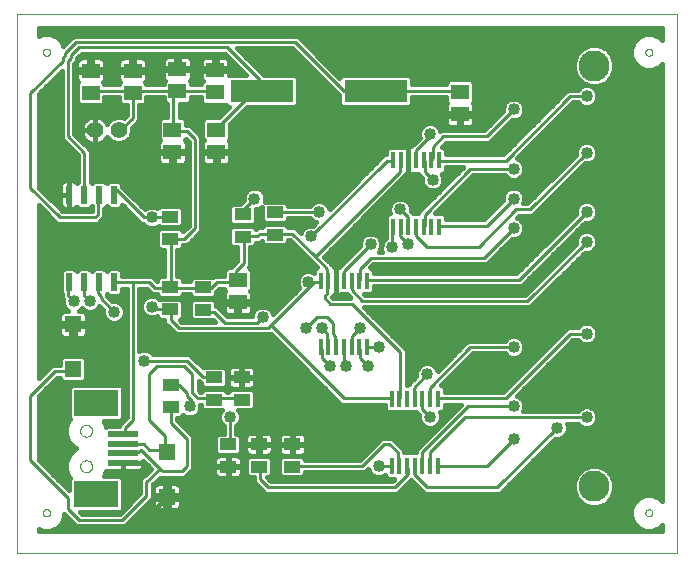
<source format=gtl>
G75*
%MOIN*%
%OFA0B0*%
%FSLAX25Y25*%
%IPPOS*%
%LPD*%
%AMOC8*
5,1,8,0,0,1.08239X$1,22.5*
%
%ADD10C,0.00000*%
%ADD11R,0.05906X0.05118*%
%ADD12R,0.05512X0.05512*%
%ADD13C,0.10350*%
%ADD14R,0.21000X0.07600*%
%ADD15R,0.05500X0.04000*%
%ADD16R,0.01400X0.05800*%
%ADD17R,0.02100X0.06100*%
%ADD18C,0.05543*%
%ADD19R,0.14961X0.08858*%
%ADD20R,0.09843X0.02165*%
%ADD21C,0.01600*%
%ADD22R,0.03962X0.03962*%
%ADD23C,0.01000*%
%ADD24C,0.04000*%
D10*
X0001000Y0001000D02*
X0001000Y0180961D01*
X0221079Y0180961D01*
X0221079Y0001000D01*
X0001000Y0001000D01*
X0009819Y0014543D02*
X0009821Y0014612D01*
X0009827Y0014680D01*
X0009837Y0014748D01*
X0009851Y0014815D01*
X0009869Y0014882D01*
X0009890Y0014947D01*
X0009916Y0015011D01*
X0009945Y0015073D01*
X0009977Y0015133D01*
X0010013Y0015192D01*
X0010053Y0015248D01*
X0010095Y0015302D01*
X0010141Y0015353D01*
X0010190Y0015402D01*
X0010241Y0015448D01*
X0010295Y0015490D01*
X0010351Y0015530D01*
X0010409Y0015566D01*
X0010470Y0015598D01*
X0010532Y0015627D01*
X0010596Y0015653D01*
X0010661Y0015674D01*
X0010728Y0015692D01*
X0010795Y0015706D01*
X0010863Y0015716D01*
X0010931Y0015722D01*
X0011000Y0015724D01*
X0011069Y0015722D01*
X0011137Y0015716D01*
X0011205Y0015706D01*
X0011272Y0015692D01*
X0011339Y0015674D01*
X0011404Y0015653D01*
X0011468Y0015627D01*
X0011530Y0015598D01*
X0011590Y0015566D01*
X0011649Y0015530D01*
X0011705Y0015490D01*
X0011759Y0015448D01*
X0011810Y0015402D01*
X0011859Y0015353D01*
X0011905Y0015302D01*
X0011947Y0015248D01*
X0011987Y0015192D01*
X0012023Y0015133D01*
X0012055Y0015073D01*
X0012084Y0015011D01*
X0012110Y0014947D01*
X0012131Y0014882D01*
X0012149Y0014815D01*
X0012163Y0014748D01*
X0012173Y0014680D01*
X0012179Y0014612D01*
X0012181Y0014543D01*
X0012179Y0014474D01*
X0012173Y0014406D01*
X0012163Y0014338D01*
X0012149Y0014271D01*
X0012131Y0014204D01*
X0012110Y0014139D01*
X0012084Y0014075D01*
X0012055Y0014013D01*
X0012023Y0013952D01*
X0011987Y0013894D01*
X0011947Y0013838D01*
X0011905Y0013784D01*
X0011859Y0013733D01*
X0011810Y0013684D01*
X0011759Y0013638D01*
X0011705Y0013596D01*
X0011649Y0013556D01*
X0011591Y0013520D01*
X0011530Y0013488D01*
X0011468Y0013459D01*
X0011404Y0013433D01*
X0011339Y0013412D01*
X0011272Y0013394D01*
X0011205Y0013380D01*
X0011137Y0013370D01*
X0011069Y0013364D01*
X0011000Y0013362D01*
X0010931Y0013364D01*
X0010863Y0013370D01*
X0010795Y0013380D01*
X0010728Y0013394D01*
X0010661Y0013412D01*
X0010596Y0013433D01*
X0010532Y0013459D01*
X0010470Y0013488D01*
X0010409Y0013520D01*
X0010351Y0013556D01*
X0010295Y0013596D01*
X0010241Y0013638D01*
X0010190Y0013684D01*
X0010141Y0013733D01*
X0010095Y0013784D01*
X0010053Y0013838D01*
X0010013Y0013894D01*
X0009977Y0013952D01*
X0009945Y0014013D01*
X0009916Y0014075D01*
X0009890Y0014139D01*
X0009869Y0014204D01*
X0009851Y0014271D01*
X0009837Y0014338D01*
X0009827Y0014406D01*
X0009821Y0014474D01*
X0009819Y0014543D01*
X0022220Y0030094D02*
X0022222Y0030182D01*
X0022228Y0030270D01*
X0022238Y0030358D01*
X0022252Y0030446D01*
X0022269Y0030532D01*
X0022291Y0030618D01*
X0022316Y0030702D01*
X0022346Y0030786D01*
X0022378Y0030868D01*
X0022415Y0030948D01*
X0022455Y0031027D01*
X0022499Y0031104D01*
X0022546Y0031179D01*
X0022596Y0031251D01*
X0022650Y0031322D01*
X0022706Y0031389D01*
X0022766Y0031455D01*
X0022828Y0031517D01*
X0022894Y0031577D01*
X0022961Y0031633D01*
X0023032Y0031687D01*
X0023104Y0031737D01*
X0023179Y0031784D01*
X0023256Y0031828D01*
X0023335Y0031868D01*
X0023415Y0031905D01*
X0023497Y0031937D01*
X0023581Y0031967D01*
X0023665Y0031992D01*
X0023751Y0032014D01*
X0023837Y0032031D01*
X0023925Y0032045D01*
X0024013Y0032055D01*
X0024101Y0032061D01*
X0024189Y0032063D01*
X0024277Y0032061D01*
X0024365Y0032055D01*
X0024453Y0032045D01*
X0024541Y0032031D01*
X0024627Y0032014D01*
X0024713Y0031992D01*
X0024797Y0031967D01*
X0024881Y0031937D01*
X0024963Y0031905D01*
X0025043Y0031868D01*
X0025122Y0031828D01*
X0025199Y0031784D01*
X0025274Y0031737D01*
X0025346Y0031687D01*
X0025417Y0031633D01*
X0025484Y0031577D01*
X0025550Y0031517D01*
X0025612Y0031455D01*
X0025672Y0031389D01*
X0025728Y0031322D01*
X0025782Y0031251D01*
X0025832Y0031179D01*
X0025879Y0031104D01*
X0025923Y0031027D01*
X0025963Y0030948D01*
X0026000Y0030868D01*
X0026032Y0030786D01*
X0026062Y0030702D01*
X0026087Y0030618D01*
X0026109Y0030532D01*
X0026126Y0030446D01*
X0026140Y0030358D01*
X0026150Y0030270D01*
X0026156Y0030182D01*
X0026158Y0030094D01*
X0026156Y0030006D01*
X0026150Y0029918D01*
X0026140Y0029830D01*
X0026126Y0029742D01*
X0026109Y0029656D01*
X0026087Y0029570D01*
X0026062Y0029486D01*
X0026032Y0029402D01*
X0026000Y0029320D01*
X0025963Y0029240D01*
X0025923Y0029161D01*
X0025879Y0029084D01*
X0025832Y0029009D01*
X0025782Y0028937D01*
X0025728Y0028866D01*
X0025672Y0028799D01*
X0025612Y0028733D01*
X0025550Y0028671D01*
X0025484Y0028611D01*
X0025417Y0028555D01*
X0025346Y0028501D01*
X0025274Y0028451D01*
X0025199Y0028404D01*
X0025122Y0028360D01*
X0025043Y0028320D01*
X0024963Y0028283D01*
X0024881Y0028251D01*
X0024797Y0028221D01*
X0024713Y0028196D01*
X0024627Y0028174D01*
X0024541Y0028157D01*
X0024453Y0028143D01*
X0024365Y0028133D01*
X0024277Y0028127D01*
X0024189Y0028125D01*
X0024101Y0028127D01*
X0024013Y0028133D01*
X0023925Y0028143D01*
X0023837Y0028157D01*
X0023751Y0028174D01*
X0023665Y0028196D01*
X0023581Y0028221D01*
X0023497Y0028251D01*
X0023415Y0028283D01*
X0023335Y0028320D01*
X0023256Y0028360D01*
X0023179Y0028404D01*
X0023104Y0028451D01*
X0023032Y0028501D01*
X0022961Y0028555D01*
X0022894Y0028611D01*
X0022828Y0028671D01*
X0022766Y0028733D01*
X0022706Y0028799D01*
X0022650Y0028866D01*
X0022596Y0028937D01*
X0022546Y0029009D01*
X0022499Y0029084D01*
X0022455Y0029161D01*
X0022415Y0029240D01*
X0022378Y0029320D01*
X0022346Y0029402D01*
X0022316Y0029486D01*
X0022291Y0029570D01*
X0022269Y0029656D01*
X0022252Y0029742D01*
X0022238Y0029830D01*
X0022228Y0029918D01*
X0022222Y0030006D01*
X0022220Y0030094D01*
X0022220Y0041906D02*
X0022222Y0041994D01*
X0022228Y0042082D01*
X0022238Y0042170D01*
X0022252Y0042258D01*
X0022269Y0042344D01*
X0022291Y0042430D01*
X0022316Y0042514D01*
X0022346Y0042598D01*
X0022378Y0042680D01*
X0022415Y0042760D01*
X0022455Y0042839D01*
X0022499Y0042916D01*
X0022546Y0042991D01*
X0022596Y0043063D01*
X0022650Y0043134D01*
X0022706Y0043201D01*
X0022766Y0043267D01*
X0022828Y0043329D01*
X0022894Y0043389D01*
X0022961Y0043445D01*
X0023032Y0043499D01*
X0023104Y0043549D01*
X0023179Y0043596D01*
X0023256Y0043640D01*
X0023335Y0043680D01*
X0023415Y0043717D01*
X0023497Y0043749D01*
X0023581Y0043779D01*
X0023665Y0043804D01*
X0023751Y0043826D01*
X0023837Y0043843D01*
X0023925Y0043857D01*
X0024013Y0043867D01*
X0024101Y0043873D01*
X0024189Y0043875D01*
X0024277Y0043873D01*
X0024365Y0043867D01*
X0024453Y0043857D01*
X0024541Y0043843D01*
X0024627Y0043826D01*
X0024713Y0043804D01*
X0024797Y0043779D01*
X0024881Y0043749D01*
X0024963Y0043717D01*
X0025043Y0043680D01*
X0025122Y0043640D01*
X0025199Y0043596D01*
X0025274Y0043549D01*
X0025346Y0043499D01*
X0025417Y0043445D01*
X0025484Y0043389D01*
X0025550Y0043329D01*
X0025612Y0043267D01*
X0025672Y0043201D01*
X0025728Y0043134D01*
X0025782Y0043063D01*
X0025832Y0042991D01*
X0025879Y0042916D01*
X0025923Y0042839D01*
X0025963Y0042760D01*
X0026000Y0042680D01*
X0026032Y0042598D01*
X0026062Y0042514D01*
X0026087Y0042430D01*
X0026109Y0042344D01*
X0026126Y0042258D01*
X0026140Y0042170D01*
X0026150Y0042082D01*
X0026156Y0041994D01*
X0026158Y0041906D01*
X0026156Y0041818D01*
X0026150Y0041730D01*
X0026140Y0041642D01*
X0026126Y0041554D01*
X0026109Y0041468D01*
X0026087Y0041382D01*
X0026062Y0041298D01*
X0026032Y0041214D01*
X0026000Y0041132D01*
X0025963Y0041052D01*
X0025923Y0040973D01*
X0025879Y0040896D01*
X0025832Y0040821D01*
X0025782Y0040749D01*
X0025728Y0040678D01*
X0025672Y0040611D01*
X0025612Y0040545D01*
X0025550Y0040483D01*
X0025484Y0040423D01*
X0025417Y0040367D01*
X0025346Y0040313D01*
X0025274Y0040263D01*
X0025199Y0040216D01*
X0025122Y0040172D01*
X0025043Y0040132D01*
X0024963Y0040095D01*
X0024881Y0040063D01*
X0024797Y0040033D01*
X0024713Y0040008D01*
X0024627Y0039986D01*
X0024541Y0039969D01*
X0024453Y0039955D01*
X0024365Y0039945D01*
X0024277Y0039939D01*
X0024189Y0039937D01*
X0024101Y0039939D01*
X0024013Y0039945D01*
X0023925Y0039955D01*
X0023837Y0039969D01*
X0023751Y0039986D01*
X0023665Y0040008D01*
X0023581Y0040033D01*
X0023497Y0040063D01*
X0023415Y0040095D01*
X0023335Y0040132D01*
X0023256Y0040172D01*
X0023179Y0040216D01*
X0023104Y0040263D01*
X0023032Y0040313D01*
X0022961Y0040367D01*
X0022894Y0040423D01*
X0022828Y0040483D01*
X0022766Y0040545D01*
X0022706Y0040611D01*
X0022650Y0040678D01*
X0022596Y0040749D01*
X0022546Y0040821D01*
X0022499Y0040896D01*
X0022455Y0040973D01*
X0022415Y0041052D01*
X0022378Y0041132D01*
X0022346Y0041214D01*
X0022316Y0041298D01*
X0022291Y0041382D01*
X0022269Y0041468D01*
X0022252Y0041554D01*
X0022238Y0041642D01*
X0022228Y0041730D01*
X0022222Y0041818D01*
X0022220Y0041906D01*
X0009819Y0168087D02*
X0009821Y0168156D01*
X0009827Y0168224D01*
X0009837Y0168292D01*
X0009851Y0168359D01*
X0009869Y0168426D01*
X0009890Y0168491D01*
X0009916Y0168555D01*
X0009945Y0168617D01*
X0009977Y0168677D01*
X0010013Y0168736D01*
X0010053Y0168792D01*
X0010095Y0168846D01*
X0010141Y0168897D01*
X0010190Y0168946D01*
X0010241Y0168992D01*
X0010295Y0169034D01*
X0010351Y0169074D01*
X0010409Y0169110D01*
X0010470Y0169142D01*
X0010532Y0169171D01*
X0010596Y0169197D01*
X0010661Y0169218D01*
X0010728Y0169236D01*
X0010795Y0169250D01*
X0010863Y0169260D01*
X0010931Y0169266D01*
X0011000Y0169268D01*
X0011069Y0169266D01*
X0011137Y0169260D01*
X0011205Y0169250D01*
X0011272Y0169236D01*
X0011339Y0169218D01*
X0011404Y0169197D01*
X0011468Y0169171D01*
X0011530Y0169142D01*
X0011590Y0169110D01*
X0011649Y0169074D01*
X0011705Y0169034D01*
X0011759Y0168992D01*
X0011810Y0168946D01*
X0011859Y0168897D01*
X0011905Y0168846D01*
X0011947Y0168792D01*
X0011987Y0168736D01*
X0012023Y0168677D01*
X0012055Y0168617D01*
X0012084Y0168555D01*
X0012110Y0168491D01*
X0012131Y0168426D01*
X0012149Y0168359D01*
X0012163Y0168292D01*
X0012173Y0168224D01*
X0012179Y0168156D01*
X0012181Y0168087D01*
X0012179Y0168018D01*
X0012173Y0167950D01*
X0012163Y0167882D01*
X0012149Y0167815D01*
X0012131Y0167748D01*
X0012110Y0167683D01*
X0012084Y0167619D01*
X0012055Y0167557D01*
X0012023Y0167496D01*
X0011987Y0167438D01*
X0011947Y0167382D01*
X0011905Y0167328D01*
X0011859Y0167277D01*
X0011810Y0167228D01*
X0011759Y0167182D01*
X0011705Y0167140D01*
X0011649Y0167100D01*
X0011591Y0167064D01*
X0011530Y0167032D01*
X0011468Y0167003D01*
X0011404Y0166977D01*
X0011339Y0166956D01*
X0011272Y0166938D01*
X0011205Y0166924D01*
X0011137Y0166914D01*
X0011069Y0166908D01*
X0011000Y0166906D01*
X0010931Y0166908D01*
X0010863Y0166914D01*
X0010795Y0166924D01*
X0010728Y0166938D01*
X0010661Y0166956D01*
X0010596Y0166977D01*
X0010532Y0167003D01*
X0010470Y0167032D01*
X0010409Y0167064D01*
X0010351Y0167100D01*
X0010295Y0167140D01*
X0010241Y0167182D01*
X0010190Y0167228D01*
X0010141Y0167277D01*
X0010095Y0167328D01*
X0010053Y0167382D01*
X0010013Y0167438D01*
X0009977Y0167496D01*
X0009945Y0167557D01*
X0009916Y0167619D01*
X0009890Y0167683D01*
X0009869Y0167748D01*
X0009851Y0167815D01*
X0009837Y0167882D01*
X0009827Y0167950D01*
X0009821Y0168018D01*
X0009819Y0168087D01*
X0210606Y0168087D02*
X0210608Y0168156D01*
X0210614Y0168224D01*
X0210624Y0168292D01*
X0210638Y0168359D01*
X0210656Y0168426D01*
X0210677Y0168491D01*
X0210703Y0168555D01*
X0210732Y0168617D01*
X0210764Y0168677D01*
X0210800Y0168736D01*
X0210840Y0168792D01*
X0210882Y0168846D01*
X0210928Y0168897D01*
X0210977Y0168946D01*
X0211028Y0168992D01*
X0211082Y0169034D01*
X0211138Y0169074D01*
X0211196Y0169110D01*
X0211257Y0169142D01*
X0211319Y0169171D01*
X0211383Y0169197D01*
X0211448Y0169218D01*
X0211515Y0169236D01*
X0211582Y0169250D01*
X0211650Y0169260D01*
X0211718Y0169266D01*
X0211787Y0169268D01*
X0211856Y0169266D01*
X0211924Y0169260D01*
X0211992Y0169250D01*
X0212059Y0169236D01*
X0212126Y0169218D01*
X0212191Y0169197D01*
X0212255Y0169171D01*
X0212317Y0169142D01*
X0212377Y0169110D01*
X0212436Y0169074D01*
X0212492Y0169034D01*
X0212546Y0168992D01*
X0212597Y0168946D01*
X0212646Y0168897D01*
X0212692Y0168846D01*
X0212734Y0168792D01*
X0212774Y0168736D01*
X0212810Y0168677D01*
X0212842Y0168617D01*
X0212871Y0168555D01*
X0212897Y0168491D01*
X0212918Y0168426D01*
X0212936Y0168359D01*
X0212950Y0168292D01*
X0212960Y0168224D01*
X0212966Y0168156D01*
X0212968Y0168087D01*
X0212966Y0168018D01*
X0212960Y0167950D01*
X0212950Y0167882D01*
X0212936Y0167815D01*
X0212918Y0167748D01*
X0212897Y0167683D01*
X0212871Y0167619D01*
X0212842Y0167557D01*
X0212810Y0167496D01*
X0212774Y0167438D01*
X0212734Y0167382D01*
X0212692Y0167328D01*
X0212646Y0167277D01*
X0212597Y0167228D01*
X0212546Y0167182D01*
X0212492Y0167140D01*
X0212436Y0167100D01*
X0212378Y0167064D01*
X0212317Y0167032D01*
X0212255Y0167003D01*
X0212191Y0166977D01*
X0212126Y0166956D01*
X0212059Y0166938D01*
X0211992Y0166924D01*
X0211924Y0166914D01*
X0211856Y0166908D01*
X0211787Y0166906D01*
X0211718Y0166908D01*
X0211650Y0166914D01*
X0211582Y0166924D01*
X0211515Y0166938D01*
X0211448Y0166956D01*
X0211383Y0166977D01*
X0211319Y0167003D01*
X0211257Y0167032D01*
X0211196Y0167064D01*
X0211138Y0167100D01*
X0211082Y0167140D01*
X0211028Y0167182D01*
X0210977Y0167228D01*
X0210928Y0167277D01*
X0210882Y0167328D01*
X0210840Y0167382D01*
X0210800Y0167438D01*
X0210764Y0167496D01*
X0210732Y0167557D01*
X0210703Y0167619D01*
X0210677Y0167683D01*
X0210656Y0167748D01*
X0210638Y0167815D01*
X0210624Y0167882D01*
X0210614Y0167950D01*
X0210608Y0168018D01*
X0210606Y0168087D01*
X0210606Y0014543D02*
X0210608Y0014612D01*
X0210614Y0014680D01*
X0210624Y0014748D01*
X0210638Y0014815D01*
X0210656Y0014882D01*
X0210677Y0014947D01*
X0210703Y0015011D01*
X0210732Y0015073D01*
X0210764Y0015133D01*
X0210800Y0015192D01*
X0210840Y0015248D01*
X0210882Y0015302D01*
X0210928Y0015353D01*
X0210977Y0015402D01*
X0211028Y0015448D01*
X0211082Y0015490D01*
X0211138Y0015530D01*
X0211196Y0015566D01*
X0211257Y0015598D01*
X0211319Y0015627D01*
X0211383Y0015653D01*
X0211448Y0015674D01*
X0211515Y0015692D01*
X0211582Y0015706D01*
X0211650Y0015716D01*
X0211718Y0015722D01*
X0211787Y0015724D01*
X0211856Y0015722D01*
X0211924Y0015716D01*
X0211992Y0015706D01*
X0212059Y0015692D01*
X0212126Y0015674D01*
X0212191Y0015653D01*
X0212255Y0015627D01*
X0212317Y0015598D01*
X0212377Y0015566D01*
X0212436Y0015530D01*
X0212492Y0015490D01*
X0212546Y0015448D01*
X0212597Y0015402D01*
X0212646Y0015353D01*
X0212692Y0015302D01*
X0212734Y0015248D01*
X0212774Y0015192D01*
X0212810Y0015133D01*
X0212842Y0015073D01*
X0212871Y0015011D01*
X0212897Y0014947D01*
X0212918Y0014882D01*
X0212936Y0014815D01*
X0212950Y0014748D01*
X0212960Y0014680D01*
X0212966Y0014612D01*
X0212968Y0014543D01*
X0212966Y0014474D01*
X0212960Y0014406D01*
X0212950Y0014338D01*
X0212936Y0014271D01*
X0212918Y0014204D01*
X0212897Y0014139D01*
X0212871Y0014075D01*
X0212842Y0014013D01*
X0212810Y0013952D01*
X0212774Y0013894D01*
X0212734Y0013838D01*
X0212692Y0013784D01*
X0212646Y0013733D01*
X0212597Y0013684D01*
X0212546Y0013638D01*
X0212492Y0013596D01*
X0212436Y0013556D01*
X0212378Y0013520D01*
X0212317Y0013488D01*
X0212255Y0013459D01*
X0212191Y0013433D01*
X0212126Y0013412D01*
X0212059Y0013394D01*
X0211992Y0013380D01*
X0211924Y0013370D01*
X0211856Y0013364D01*
X0211787Y0013362D01*
X0211718Y0013364D01*
X0211650Y0013370D01*
X0211582Y0013380D01*
X0211515Y0013394D01*
X0211448Y0013412D01*
X0211383Y0013433D01*
X0211319Y0013459D01*
X0211257Y0013488D01*
X0211196Y0013520D01*
X0211138Y0013556D01*
X0211082Y0013596D01*
X0211028Y0013638D01*
X0210977Y0013684D01*
X0210928Y0013733D01*
X0210882Y0013784D01*
X0210840Y0013838D01*
X0210800Y0013894D01*
X0210764Y0013952D01*
X0210732Y0014013D01*
X0210703Y0014075D01*
X0210677Y0014139D01*
X0210656Y0014204D01*
X0210638Y0014271D01*
X0210624Y0014338D01*
X0210614Y0014406D01*
X0210608Y0014474D01*
X0210606Y0014543D01*
D11*
X0074799Y0084760D03*
X0074799Y0092240D03*
X0067535Y0134819D03*
X0067535Y0142299D03*
X0067201Y0154760D03*
X0067201Y0162240D03*
X0054622Y0162496D03*
X0054622Y0155016D03*
X0052988Y0142299D03*
X0052988Y0134819D03*
X0039720Y0154504D03*
X0039720Y0161984D03*
X0025744Y0161984D03*
X0025744Y0154504D03*
X0148835Y0154878D03*
X0148835Y0147398D03*
D12*
X0019878Y0077358D03*
X0019878Y0062398D03*
X0051177Y0034858D03*
X0051177Y0019898D03*
D13*
X0193511Y0023400D03*
X0193511Y0163600D03*
D14*
X0120748Y0155232D03*
X0082748Y0155232D03*
D15*
X0087024Y0114700D03*
X0087024Y0107300D03*
X0076335Y0106611D03*
X0076335Y0114011D03*
X0052201Y0113322D03*
X0052201Y0105922D03*
X0052201Y0089779D03*
X0052201Y0082379D03*
X0063165Y0082300D03*
X0063165Y0089700D03*
X0066689Y0059700D03*
X0066689Y0052300D03*
X0076000Y0052300D03*
X0076000Y0059700D03*
X0052378Y0057200D03*
X0052378Y0049800D03*
X0071531Y0037377D03*
X0071531Y0029977D03*
X0081846Y0029977D03*
X0081846Y0037377D03*
X0092909Y0037377D03*
X0092909Y0029977D03*
D16*
X0125997Y0030313D03*
X0128597Y0030313D03*
X0131097Y0030313D03*
X0133697Y0030313D03*
X0136297Y0030313D03*
X0138797Y0030313D03*
X0141397Y0030313D03*
X0141397Y0052513D03*
X0138797Y0052513D03*
X0136297Y0052513D03*
X0133697Y0052513D03*
X0131097Y0052513D03*
X0128597Y0052513D03*
X0125997Y0052513D03*
X0117775Y0069683D03*
X0115175Y0069683D03*
X0112675Y0069683D03*
X0110075Y0069683D03*
X0107475Y0069683D03*
X0104975Y0069683D03*
X0102375Y0069683D03*
X0102375Y0091883D03*
X0104975Y0091883D03*
X0107475Y0091883D03*
X0110075Y0091883D03*
X0112675Y0091883D03*
X0115175Y0091883D03*
X0117775Y0091883D03*
X0126430Y0109900D03*
X0129030Y0109900D03*
X0131530Y0109900D03*
X0134130Y0109900D03*
X0136730Y0109900D03*
X0139230Y0109900D03*
X0141830Y0109900D03*
X0141830Y0132100D03*
X0139230Y0132100D03*
X0136730Y0132100D03*
X0134130Y0132100D03*
X0131530Y0132100D03*
X0129030Y0132100D03*
X0126430Y0132100D03*
D17*
X0033500Y0120600D03*
X0028500Y0120600D03*
X0023500Y0120600D03*
X0018500Y0120600D03*
X0018500Y0091400D03*
X0023500Y0091400D03*
X0028500Y0091400D03*
X0033500Y0091400D03*
D18*
X0035016Y0142122D03*
X0027142Y0142122D03*
D19*
X0027535Y0051256D03*
X0027535Y0020744D03*
D20*
X0036591Y0031276D03*
X0036591Y0034425D03*
X0036591Y0037575D03*
X0036591Y0040724D03*
D21*
X0035000Y0043407D02*
X0031007Y0043407D01*
X0030926Y0043327D01*
X0030139Y0045227D01*
X0035678Y0045227D01*
X0036616Y0046164D01*
X0036616Y0056348D01*
X0035678Y0057285D01*
X0019392Y0057285D01*
X0018455Y0056348D01*
X0018455Y0046164D01*
X0018665Y0045954D01*
X0018451Y0045740D01*
X0017420Y0043252D01*
X0017420Y0040559D01*
X0018451Y0038071D01*
X0020355Y0036167D01*
X0020759Y0036000D01*
X0020355Y0035833D01*
X0018451Y0033929D01*
X0017420Y0031441D01*
X0017420Y0028748D01*
X0018451Y0026260D01*
X0018665Y0026046D01*
X0018455Y0025836D01*
X0018455Y0022115D01*
X0008500Y0032070D01*
X0008500Y0053530D01*
X0014570Y0059600D01*
X0015522Y0059600D01*
X0015522Y0058979D01*
X0016459Y0058042D01*
X0023297Y0058042D01*
X0024234Y0058979D01*
X0024234Y0065816D01*
X0023297Y0066754D01*
X0016459Y0066754D01*
X0015522Y0065816D01*
X0015522Y0063800D01*
X0012830Y0063800D01*
X0008500Y0059470D01*
X0008500Y0117030D01*
X0014630Y0110900D01*
X0028070Y0110900D01*
X0029300Y0112130D01*
X0030200Y0113030D01*
X0030200Y0115950D01*
X0030213Y0115950D01*
X0031000Y0116737D01*
X0031787Y0115950D01*
X0035213Y0115950D01*
X0036150Y0116887D01*
X0036150Y0117280D01*
X0042530Y0110900D01*
X0043109Y0110900D01*
X0044061Y0109948D01*
X0045384Y0109400D01*
X0046816Y0109400D01*
X0048139Y0109948D01*
X0048351Y0110159D01*
X0048788Y0109722D01*
X0055614Y0109722D01*
X0056551Y0110659D01*
X0056551Y0115985D01*
X0055614Y0116922D01*
X0048788Y0116922D01*
X0047983Y0116117D01*
X0046816Y0116600D01*
X0045384Y0116600D01*
X0044061Y0116052D01*
X0043689Y0115680D01*
X0036500Y0122870D01*
X0036150Y0123220D01*
X0036150Y0124313D01*
X0035213Y0125250D01*
X0031787Y0125250D01*
X0031000Y0124463D01*
X0030213Y0125250D01*
X0026787Y0125250D01*
X0026000Y0124463D01*
X0025700Y0124763D01*
X0025700Y0135470D01*
X0020300Y0140870D01*
X0020300Y0164330D01*
X0021080Y0165110D01*
X0020991Y0164780D01*
X0020991Y0162464D01*
X0025264Y0162464D01*
X0025264Y0161505D01*
X0020991Y0161505D01*
X0020991Y0159188D01*
X0021114Y0158730D01*
X0021351Y0158320D01*
X0021568Y0158103D01*
X0021191Y0157726D01*
X0021191Y0151282D01*
X0022129Y0150345D01*
X0029360Y0150345D01*
X0030297Y0151282D01*
X0030297Y0153200D01*
X0035168Y0153200D01*
X0035168Y0151282D01*
X0036105Y0150345D01*
X0037700Y0150345D01*
X0037700Y0147170D01*
X0036690Y0146160D01*
X0035885Y0146494D01*
X0034146Y0146494D01*
X0032539Y0145828D01*
X0031310Y0144598D01*
X0031176Y0144275D01*
X0031052Y0144518D01*
X0030629Y0145100D01*
X0030120Y0145609D01*
X0029538Y0146032D01*
X0028897Y0146359D01*
X0028212Y0146581D01*
X0027502Y0146694D01*
X0027228Y0146694D01*
X0027228Y0142208D01*
X0027056Y0142208D01*
X0027056Y0146694D01*
X0026782Y0146694D01*
X0026071Y0146581D01*
X0025387Y0146359D01*
X0024746Y0146032D01*
X0024163Y0145609D01*
X0023655Y0145100D01*
X0023232Y0144518D01*
X0022905Y0143877D01*
X0022683Y0143193D01*
X0022570Y0142482D01*
X0022570Y0142208D01*
X0027056Y0142208D01*
X0027056Y0142036D01*
X0027228Y0142036D01*
X0027228Y0137550D01*
X0027502Y0137550D01*
X0028212Y0137663D01*
X0028897Y0137885D01*
X0029538Y0138212D01*
X0030120Y0138635D01*
X0030629Y0139144D01*
X0031052Y0139726D01*
X0031176Y0139969D01*
X0031310Y0139646D01*
X0032539Y0138416D01*
X0034146Y0137750D01*
X0035885Y0137750D01*
X0037492Y0138416D01*
X0038722Y0139646D01*
X0039387Y0141252D01*
X0039387Y0142918D01*
X0040670Y0144200D01*
X0041900Y0145430D01*
X0041900Y0150345D01*
X0043336Y0150345D01*
X0044273Y0151282D01*
X0044273Y0153200D01*
X0050069Y0153200D01*
X0050069Y0151794D01*
X0051007Y0150857D01*
X0051200Y0150857D01*
X0051200Y0146458D01*
X0049373Y0146458D01*
X0048435Y0145521D01*
X0048435Y0139077D01*
X0048812Y0138700D01*
X0048595Y0138483D01*
X0048358Y0138073D01*
X0048235Y0137615D01*
X0048235Y0135298D01*
X0052509Y0135298D01*
X0052509Y0134339D01*
X0053468Y0134339D01*
X0053468Y0135298D01*
X0057741Y0135298D01*
X0057741Y0137615D01*
X0057618Y0138073D01*
X0057381Y0138483D01*
X0057164Y0138700D01*
X0057541Y0139077D01*
X0057541Y0139089D01*
X0058400Y0138230D01*
X0058400Y0110270D01*
X0056551Y0108421D01*
X0056551Y0108585D01*
X0055614Y0109522D01*
X0048788Y0109522D01*
X0047851Y0108585D01*
X0047851Y0103259D01*
X0048788Y0102322D01*
X0050300Y0102322D01*
X0050300Y0093379D01*
X0048788Y0093379D01*
X0047851Y0092441D01*
X0047851Y0091719D01*
X0046070Y0093500D01*
X0036150Y0093500D01*
X0036150Y0095113D01*
X0035213Y0096050D01*
X0031787Y0096050D01*
X0031000Y0095263D01*
X0030213Y0096050D01*
X0026787Y0096050D01*
X0026000Y0095263D01*
X0025213Y0096050D01*
X0021787Y0096050D01*
X0021000Y0095263D01*
X0020213Y0096050D01*
X0016787Y0096050D01*
X0015850Y0095113D01*
X0015850Y0087687D01*
X0016100Y0087437D01*
X0016100Y0086030D01*
X0016400Y0085730D01*
X0016400Y0084384D01*
X0016948Y0083061D01*
X0017961Y0082048D01*
X0018284Y0081914D01*
X0016885Y0081914D01*
X0016427Y0081791D01*
X0016017Y0081555D01*
X0015682Y0081219D01*
X0015445Y0080809D01*
X0015322Y0080351D01*
X0015322Y0077936D01*
X0019300Y0077936D01*
X0019300Y0076780D01*
X0020456Y0076780D01*
X0020456Y0072802D01*
X0022871Y0072802D01*
X0023329Y0072925D01*
X0023739Y0073162D01*
X0024074Y0073497D01*
X0024311Y0073908D01*
X0024434Y0074365D01*
X0024434Y0076780D01*
X0020456Y0076780D01*
X0020456Y0077936D01*
X0024434Y0077936D01*
X0024434Y0080351D01*
X0024311Y0080809D01*
X0024074Y0081219D01*
X0023739Y0081555D01*
X0023329Y0081791D01*
X0022871Y0081914D01*
X0021716Y0081914D01*
X0022039Y0082048D01*
X0022700Y0082709D01*
X0023361Y0082048D01*
X0024684Y0081500D01*
X0026116Y0081500D01*
X0027439Y0082048D01*
X0028452Y0083061D01*
X0028603Y0083427D01*
X0029900Y0082130D01*
X0029900Y0080784D01*
X0030448Y0079461D01*
X0031461Y0078448D01*
X0032784Y0077900D01*
X0034216Y0077900D01*
X0035539Y0078448D01*
X0036552Y0079461D01*
X0037100Y0080784D01*
X0037100Y0082216D01*
X0036552Y0083539D01*
X0035539Y0084552D01*
X0034216Y0085100D01*
X0032870Y0085100D01*
X0031100Y0086870D01*
X0031100Y0087437D01*
X0031787Y0086750D01*
X0035213Y0086750D01*
X0036150Y0087687D01*
X0036150Y0089300D01*
X0037700Y0089300D01*
X0037700Y0046370D01*
X0035000Y0043670D01*
X0035000Y0043407D01*
X0036159Y0044829D02*
X0030304Y0044829D01*
X0036616Y0046427D02*
X0037700Y0046427D01*
X0037700Y0048026D02*
X0036616Y0048026D01*
X0036616Y0049624D02*
X0037700Y0049624D01*
X0037700Y0051223D02*
X0036616Y0051223D01*
X0036616Y0052821D02*
X0037700Y0052821D01*
X0037700Y0054420D02*
X0036616Y0054420D01*
X0036616Y0056018D02*
X0037700Y0056018D01*
X0037700Y0057617D02*
X0012587Y0057617D01*
X0014185Y0059215D02*
X0015522Y0059215D01*
X0018455Y0056018D02*
X0010988Y0056018D01*
X0009390Y0054420D02*
X0018455Y0054420D01*
X0018455Y0052821D02*
X0008500Y0052821D01*
X0008500Y0051223D02*
X0018455Y0051223D01*
X0018455Y0049624D02*
X0008500Y0049624D01*
X0008500Y0048026D02*
X0018455Y0048026D01*
X0018455Y0046427D02*
X0008500Y0046427D01*
X0008500Y0044829D02*
X0018074Y0044829D01*
X0017420Y0043230D02*
X0008500Y0043230D01*
X0008500Y0041632D02*
X0017420Y0041632D01*
X0017638Y0040033D02*
X0008500Y0040033D01*
X0008500Y0038435D02*
X0018300Y0038435D01*
X0019686Y0036836D02*
X0008500Y0036836D01*
X0008500Y0035238D02*
X0019760Y0035238D01*
X0018331Y0033639D02*
X0008500Y0033639D01*
X0008529Y0032041D02*
X0017669Y0032041D01*
X0017420Y0030442D02*
X0010128Y0030442D01*
X0011726Y0028844D02*
X0017420Y0028844D01*
X0018043Y0027245D02*
X0013325Y0027245D01*
X0014923Y0025647D02*
X0018455Y0025647D01*
X0018455Y0024048D02*
X0016522Y0024048D01*
X0018120Y0022450D02*
X0018455Y0022450D01*
X0022255Y0014715D02*
X0035678Y0014715D01*
X0036616Y0015652D01*
X0036616Y0025836D01*
X0035678Y0026773D01*
X0030139Y0026773D01*
X0030883Y0028568D01*
X0030975Y0028516D01*
X0031432Y0028393D01*
X0036590Y0028393D01*
X0036590Y0031275D01*
X0036591Y0031275D01*
X0036591Y0028393D01*
X0041749Y0028393D01*
X0042207Y0028516D01*
X0042617Y0028753D01*
X0042952Y0029088D01*
X0043189Y0029498D01*
X0043312Y0029956D01*
X0043312Y0031276D01*
X0043312Y0031818D01*
X0045830Y0029300D01*
X0042200Y0025670D01*
X0042200Y0023930D01*
X0042200Y0021170D01*
X0035330Y0014300D01*
X0022670Y0014300D01*
X0022255Y0014715D01*
X0022513Y0014457D02*
X0035487Y0014457D01*
X0036616Y0016056D02*
X0037086Y0016056D01*
X0036616Y0017654D02*
X0038684Y0017654D01*
X0040283Y0019253D02*
X0036616Y0019253D01*
X0036616Y0020851D02*
X0041881Y0020851D01*
X0042200Y0022450D02*
X0036616Y0022450D01*
X0036616Y0024048D02*
X0042200Y0024048D01*
X0042200Y0025647D02*
X0036616Y0025647D01*
X0038500Y0026000D02*
X0036591Y0027909D01*
X0036591Y0031276D01*
X0043312Y0031276D01*
X0036591Y0031276D01*
X0036591Y0031276D01*
X0036590Y0030442D02*
X0036591Y0030442D01*
X0036590Y0028844D02*
X0036591Y0028844D01*
X0042708Y0028844D02*
X0045374Y0028844D01*
X0044688Y0030442D02*
X0043312Y0030442D01*
X0043775Y0027245D02*
X0030335Y0027245D01*
X0043025Y0016056D02*
X0046970Y0016056D01*
X0046981Y0016037D02*
X0047316Y0015701D01*
X0047726Y0015464D01*
X0048184Y0015342D01*
X0050599Y0015342D01*
X0050599Y0019320D01*
X0046621Y0019320D01*
X0046621Y0016905D01*
X0046744Y0016447D01*
X0046981Y0016037D01*
X0046621Y0017654D02*
X0044624Y0017654D01*
X0045170Y0018200D02*
X0046400Y0019430D01*
X0046400Y0023930D01*
X0048800Y0026330D01*
X0048830Y0026300D01*
X0050570Y0026300D01*
X0056870Y0026300D01*
X0058100Y0027530D01*
X0059900Y0029330D01*
X0059900Y0040070D01*
X0058670Y0041300D01*
X0054500Y0045470D01*
X0054500Y0046200D01*
X0055791Y0046200D01*
X0056600Y0047009D01*
X0056661Y0046948D01*
X0057984Y0046400D01*
X0059416Y0046400D01*
X0060739Y0046948D01*
X0061752Y0047961D01*
X0062300Y0049284D01*
X0062300Y0050600D01*
X0062339Y0050600D01*
X0062339Y0049637D01*
X0063276Y0048700D01*
X0069409Y0048700D01*
X0069148Y0048439D01*
X0068600Y0047116D01*
X0068600Y0045684D01*
X0069148Y0044361D01*
X0070100Y0043409D01*
X0070100Y0040977D01*
X0068119Y0040977D01*
X0067181Y0040040D01*
X0067181Y0034714D01*
X0068119Y0033777D01*
X0074944Y0033777D01*
X0075881Y0034714D01*
X0075881Y0040040D01*
X0074944Y0040977D01*
X0074300Y0040977D01*
X0074300Y0043409D01*
X0075252Y0044361D01*
X0075800Y0045684D01*
X0075800Y0047116D01*
X0075252Y0048439D01*
X0074991Y0048700D01*
X0079413Y0048700D01*
X0080350Y0049637D01*
X0080350Y0054963D01*
X0079413Y0055900D01*
X0072587Y0055900D01*
X0071650Y0054963D01*
X0071650Y0054800D01*
X0071039Y0054800D01*
X0071039Y0054963D01*
X0070102Y0055900D01*
X0063276Y0055900D01*
X0062339Y0054963D01*
X0062339Y0054800D01*
X0062270Y0054800D01*
X0061700Y0055370D01*
X0061700Y0058430D01*
X0062330Y0057800D01*
X0062339Y0057800D01*
X0062339Y0057037D01*
X0063276Y0056100D01*
X0070102Y0056100D01*
X0071039Y0057037D01*
X0071039Y0062363D01*
X0070102Y0063300D01*
X0063276Y0063300D01*
X0063023Y0063047D01*
X0059900Y0066170D01*
X0058670Y0067400D01*
X0046391Y0067400D01*
X0045439Y0068352D01*
X0044116Y0068900D01*
X0042684Y0068900D01*
X0041900Y0068575D01*
X0041900Y0089300D01*
X0044330Y0089300D01*
X0044900Y0088730D01*
X0046130Y0087500D01*
X0047851Y0087500D01*
X0047851Y0087116D01*
X0048788Y0086179D01*
X0055614Y0086179D01*
X0056551Y0087116D01*
X0056551Y0087500D01*
X0058815Y0087500D01*
X0058815Y0087037D01*
X0059753Y0086100D01*
X0066578Y0086100D01*
X0067515Y0087037D01*
X0067515Y0088246D01*
X0068000Y0088730D01*
X0068570Y0089300D01*
X0070246Y0089300D01*
X0070246Y0089018D01*
X0070623Y0088641D01*
X0070406Y0088424D01*
X0070169Y0088014D01*
X0070046Y0087556D01*
X0070046Y0085239D01*
X0074320Y0085239D01*
X0074320Y0084280D01*
X0075279Y0084280D01*
X0075279Y0085239D01*
X0079552Y0085239D01*
X0079552Y0087556D01*
X0079429Y0088014D01*
X0079192Y0088424D01*
X0078975Y0088641D01*
X0079352Y0089018D01*
X0079352Y0095462D01*
X0078415Y0096399D01*
X0078369Y0096399D01*
X0078800Y0096830D01*
X0078800Y0103011D01*
X0079747Y0103011D01*
X0080685Y0103948D01*
X0080685Y0104600D01*
X0082070Y0104600D01*
X0082674Y0105204D01*
X0082674Y0104637D01*
X0083611Y0103700D01*
X0090436Y0103700D01*
X0091374Y0104637D01*
X0091374Y0105500D01*
X0092030Y0105500D01*
X0098000Y0099530D01*
X0101147Y0096383D01*
X0101012Y0096383D01*
X0100075Y0095446D01*
X0100075Y0094561D01*
X0099016Y0095000D01*
X0097584Y0095000D01*
X0096261Y0094452D01*
X0095248Y0093439D01*
X0094700Y0092116D01*
X0094700Y0090684D01*
X0095202Y0089472D01*
X0086467Y0080737D01*
X0086052Y0081739D01*
X0085039Y0082752D01*
X0083716Y0083300D01*
X0082284Y0083300D01*
X0080961Y0082752D01*
X0079948Y0081739D01*
X0079400Y0080416D01*
X0079400Y0080000D01*
X0071270Y0080000D01*
X0067670Y0083600D01*
X0067515Y0083600D01*
X0067515Y0084963D01*
X0066578Y0085900D01*
X0059753Y0085900D01*
X0058815Y0084963D01*
X0058815Y0079637D01*
X0059753Y0078700D01*
X0066578Y0078700D01*
X0066604Y0078726D01*
X0067130Y0078200D01*
X0055970Y0078200D01*
X0055391Y0078779D01*
X0055614Y0078779D01*
X0056551Y0079716D01*
X0056551Y0085041D01*
X0055614Y0085979D01*
X0048788Y0085979D01*
X0048650Y0085841D01*
X0048139Y0086352D01*
X0046816Y0086900D01*
X0045384Y0086900D01*
X0044061Y0086352D01*
X0043048Y0085339D01*
X0042500Y0084016D01*
X0042500Y0082584D01*
X0043048Y0081261D01*
X0044061Y0080248D01*
X0045384Y0079700D01*
X0046816Y0079700D01*
X0047851Y0080129D01*
X0047851Y0079716D01*
X0048788Y0078779D01*
X0050300Y0078779D01*
X0050300Y0077930D01*
X0053000Y0075230D01*
X0054230Y0074000D01*
X0085670Y0074000D01*
X0085700Y0074030D01*
X0109130Y0050600D01*
X0123697Y0050600D01*
X0123697Y0048951D01*
X0124634Y0048013D01*
X0134217Y0048013D01*
X0135200Y0047030D01*
X0135200Y0045684D01*
X0135748Y0044361D01*
X0136761Y0043348D01*
X0138084Y0042800D01*
X0139516Y0042800D01*
X0140839Y0043348D01*
X0141852Y0044361D01*
X0142400Y0045684D01*
X0142400Y0047116D01*
X0142028Y0048013D01*
X0142760Y0048013D01*
X0143697Y0048951D01*
X0143697Y0050600D01*
X0149030Y0050600D01*
X0134000Y0035570D01*
X0134000Y0034813D01*
X0130100Y0034813D01*
X0130100Y0035570D01*
X0128870Y0036800D01*
X0126170Y0039500D01*
X0122630Y0039500D01*
X0121400Y0038270D01*
X0115430Y0032300D01*
X0097259Y0032300D01*
X0097259Y0032640D01*
X0096322Y0033577D01*
X0089497Y0033577D01*
X0088559Y0032640D01*
X0088559Y0027314D01*
X0089497Y0026377D01*
X0096322Y0026377D01*
X0097259Y0027314D01*
X0097259Y0028100D01*
X0117170Y0028100D01*
X0118233Y0029163D01*
X0118648Y0028161D01*
X0119661Y0027148D01*
X0120984Y0026600D01*
X0122416Y0026600D01*
X0123697Y0027131D01*
X0123697Y0026751D01*
X0124634Y0025813D01*
X0126944Y0025813D01*
X0126230Y0025100D01*
X0085670Y0025100D01*
X0084393Y0026377D01*
X0085259Y0026377D01*
X0086196Y0027314D01*
X0086196Y0032640D01*
X0085259Y0033577D01*
X0078434Y0033577D01*
X0077496Y0032640D01*
X0077496Y0027314D01*
X0078434Y0026377D01*
X0080000Y0026377D01*
X0080000Y0024830D01*
X0082700Y0022130D01*
X0083930Y0020900D01*
X0127970Y0020900D01*
X0132470Y0025400D01*
X0132500Y0025430D01*
X0135800Y0022130D01*
X0137030Y0020900D01*
X0162170Y0020900D01*
X0180470Y0039200D01*
X0181816Y0039200D01*
X0183139Y0039748D01*
X0184152Y0040761D01*
X0184700Y0042084D01*
X0184700Y0043516D01*
X0184375Y0044300D01*
X0188009Y0044300D01*
X0188961Y0043348D01*
X0190284Y0042800D01*
X0191716Y0042800D01*
X0193039Y0043348D01*
X0194052Y0044361D01*
X0194600Y0045684D01*
X0194600Y0047116D01*
X0194052Y0048439D01*
X0193039Y0049452D01*
X0191716Y0050000D01*
X0190284Y0050000D01*
X0188961Y0049452D01*
X0188009Y0048500D01*
X0169975Y0048500D01*
X0170300Y0049284D01*
X0170300Y0050716D01*
X0169752Y0052039D01*
X0168739Y0053052D01*
X0167737Y0053467D01*
X0186470Y0072200D01*
X0188009Y0072200D01*
X0188961Y0071248D01*
X0190284Y0070700D01*
X0191716Y0070700D01*
X0193039Y0071248D01*
X0194052Y0072261D01*
X0194600Y0073584D01*
X0194600Y0075016D01*
X0194052Y0076339D01*
X0193039Y0077352D01*
X0191716Y0077900D01*
X0190284Y0077900D01*
X0188961Y0077352D01*
X0188009Y0076400D01*
X0184730Y0076400D01*
X0183500Y0075170D01*
X0163130Y0054800D01*
X0143697Y0054800D01*
X0143697Y0056076D01*
X0142760Y0057013D01*
X0142483Y0057013D01*
X0153170Y0067700D01*
X0163709Y0067700D01*
X0164661Y0066748D01*
X0165984Y0066200D01*
X0167416Y0066200D01*
X0168739Y0066748D01*
X0169752Y0067761D01*
X0170300Y0069084D01*
X0170300Y0070516D01*
X0169752Y0071839D01*
X0168739Y0072852D01*
X0167416Y0073400D01*
X0165984Y0073400D01*
X0164661Y0072852D01*
X0163709Y0071900D01*
X0151430Y0071900D01*
X0150200Y0070670D01*
X0141367Y0061837D01*
X0140952Y0062839D01*
X0139939Y0063852D01*
X0138616Y0064400D01*
X0137184Y0064400D01*
X0135861Y0063852D01*
X0134848Y0062839D01*
X0134300Y0061516D01*
X0134300Y0060170D01*
X0131300Y0057170D01*
X0131300Y0057013D01*
X0131000Y0057013D01*
X0131000Y0068870D01*
X0129770Y0070100D01*
X0129770Y0070100D01*
X0116870Y0083000D01*
X0172070Y0083000D01*
X0190370Y0101300D01*
X0191716Y0101300D01*
X0193039Y0101848D01*
X0194052Y0102861D01*
X0194600Y0104184D01*
X0194600Y0105616D01*
X0194052Y0106939D01*
X0193039Y0107952D01*
X0191716Y0108500D01*
X0190284Y0108500D01*
X0188961Y0107952D01*
X0187948Y0106939D01*
X0187400Y0105616D01*
X0187400Y0104270D01*
X0170330Y0087200D01*
X0117170Y0087200D01*
X0116986Y0087383D01*
X0119138Y0087383D01*
X0120075Y0088321D01*
X0120075Y0090200D01*
X0169370Y0090200D01*
X0190370Y0111200D01*
X0191716Y0111200D01*
X0193039Y0111748D01*
X0194052Y0112761D01*
X0194600Y0114084D01*
X0194600Y0115516D01*
X0194052Y0116839D01*
X0193039Y0117852D01*
X0191716Y0118400D01*
X0190284Y0118400D01*
X0188961Y0117852D01*
X0187948Y0116839D01*
X0187400Y0115516D01*
X0187400Y0114170D01*
X0167630Y0094400D01*
X0120075Y0094400D01*
X0120075Y0095446D01*
X0119138Y0096383D01*
X0118853Y0096383D01*
X0119870Y0097400D01*
X0157670Y0097400D01*
X0166070Y0105800D01*
X0167416Y0105800D01*
X0168739Y0106348D01*
X0169752Y0107361D01*
X0170300Y0108684D01*
X0170300Y0110116D01*
X0169752Y0111439D01*
X0168739Y0112452D01*
X0167737Y0112867D01*
X0168470Y0113600D01*
X0172970Y0113600D01*
X0190370Y0131000D01*
X0191716Y0131000D01*
X0193039Y0131548D01*
X0194052Y0132561D01*
X0194600Y0133884D01*
X0194600Y0135316D01*
X0194052Y0136639D01*
X0193039Y0137652D01*
X0191716Y0138200D01*
X0190284Y0138200D01*
X0188961Y0137652D01*
X0187948Y0136639D01*
X0187400Y0135316D01*
X0187400Y0133970D01*
X0171230Y0117800D01*
X0169975Y0117800D01*
X0170300Y0118584D01*
X0170300Y0120016D01*
X0169752Y0121339D01*
X0168739Y0122352D01*
X0167416Y0122900D01*
X0165984Y0122900D01*
X0164661Y0122352D01*
X0163648Y0121339D01*
X0163100Y0120016D01*
X0163100Y0118670D01*
X0156830Y0112400D01*
X0144130Y0112400D01*
X0144130Y0113463D01*
X0143193Y0114400D01*
X0140470Y0114400D01*
X0153170Y0127100D01*
X0163709Y0127100D01*
X0164661Y0126148D01*
X0165984Y0125600D01*
X0167416Y0125600D01*
X0168739Y0126148D01*
X0169752Y0127161D01*
X0170300Y0128484D01*
X0170300Y0129916D01*
X0169752Y0131239D01*
X0168739Y0132252D01*
X0167737Y0132667D01*
X0186470Y0151400D01*
X0188009Y0151400D01*
X0188961Y0150448D01*
X0190284Y0149900D01*
X0191716Y0149900D01*
X0193039Y0150448D01*
X0194052Y0151461D01*
X0194600Y0152784D01*
X0194600Y0154216D01*
X0194052Y0155539D01*
X0193039Y0156552D01*
X0192380Y0156825D01*
X0194859Y0156825D01*
X0197349Y0157856D01*
X0199255Y0159762D01*
X0200286Y0162252D01*
X0200286Y0164948D01*
X0199255Y0167438D01*
X0197349Y0169344D01*
X0194859Y0170375D01*
X0192163Y0170375D01*
X0189673Y0169344D01*
X0187767Y0167438D01*
X0186736Y0164948D01*
X0186736Y0162252D01*
X0187767Y0159762D01*
X0189673Y0157856D01*
X0191500Y0157100D01*
X0190284Y0157100D01*
X0188961Y0156552D01*
X0188009Y0155600D01*
X0184730Y0155600D01*
X0183500Y0154370D01*
X0183500Y0154370D01*
X0163130Y0134000D01*
X0144130Y0134000D01*
X0144130Y0135663D01*
X0143193Y0136600D01*
X0142870Y0136600D01*
X0144170Y0137900D01*
X0158570Y0137900D01*
X0166070Y0145400D01*
X0167416Y0145400D01*
X0168739Y0145948D01*
X0169752Y0146961D01*
X0170300Y0148284D01*
X0170300Y0149716D01*
X0169752Y0151039D01*
X0168739Y0152052D01*
X0167416Y0152600D01*
X0165984Y0152600D01*
X0164661Y0152052D01*
X0163648Y0151039D01*
X0163100Y0149716D01*
X0163100Y0148370D01*
X0156830Y0142100D01*
X0142430Y0142100D01*
X0142267Y0141937D01*
X0141852Y0142939D01*
X0140839Y0143952D01*
X0139516Y0144500D01*
X0138084Y0144500D01*
X0136761Y0143952D01*
X0135748Y0142939D01*
X0135200Y0141616D01*
X0135200Y0140184D01*
X0135438Y0139608D01*
X0132596Y0136765D01*
X0132467Y0136800D01*
X0131530Y0136800D01*
X0131530Y0132100D01*
X0131530Y0132100D01*
X0131530Y0127400D01*
X0132467Y0127400D01*
X0132925Y0127523D01*
X0133059Y0127600D01*
X0134900Y0127600D01*
X0134900Y0127430D01*
X0136100Y0126230D01*
X0136100Y0124884D01*
X0136648Y0123561D01*
X0137661Y0122548D01*
X0138984Y0122000D01*
X0140416Y0122000D01*
X0141739Y0122548D01*
X0142752Y0123561D01*
X0143300Y0124884D01*
X0143300Y0126316D01*
X0142768Y0127600D01*
X0143193Y0127600D01*
X0144130Y0128537D01*
X0144130Y0129800D01*
X0149930Y0129800D01*
X0134900Y0114770D01*
X0134900Y0114400D01*
X0133170Y0114400D01*
X0132500Y0115070D01*
X0132500Y0116416D01*
X0131952Y0117739D01*
X0130939Y0118752D01*
X0129616Y0119300D01*
X0128184Y0119300D01*
X0126861Y0118752D01*
X0125848Y0117739D01*
X0125300Y0116416D01*
X0125300Y0114984D01*
X0125542Y0114400D01*
X0125067Y0114400D01*
X0124130Y0113463D01*
X0124130Y0110300D01*
X0124100Y0110270D01*
X0124100Y0109860D01*
X0123929Y0109487D01*
X0124100Y0109024D01*
X0124100Y0106091D01*
X0123148Y0105139D01*
X0122600Y0103816D01*
X0122600Y0102384D01*
X0122925Y0101600D01*
X0121691Y0101600D01*
X0122052Y0101961D01*
X0122600Y0103284D01*
X0122600Y0104716D01*
X0122052Y0106039D01*
X0121039Y0107052D01*
X0119716Y0107600D01*
X0118284Y0107600D01*
X0116961Y0107052D01*
X0115948Y0106039D01*
X0115400Y0104716D01*
X0115400Y0103370D01*
X0108571Y0096541D01*
X0108412Y0096583D01*
X0107475Y0096583D01*
X0107475Y0091884D01*
X0107475Y0091884D01*
X0107475Y0096583D01*
X0106700Y0096583D01*
X0106700Y0096770D01*
X0103520Y0099950D01*
X0130970Y0127400D01*
X0131530Y0127400D01*
X0131530Y0132100D01*
X0131530Y0132100D01*
X0131530Y0136800D01*
X0130593Y0136800D01*
X0130135Y0136677D01*
X0130001Y0136600D01*
X0125067Y0136600D01*
X0124130Y0135663D01*
X0124130Y0134000D01*
X0123530Y0134000D01*
X0105367Y0115837D01*
X0104952Y0116839D01*
X0103939Y0117852D01*
X0102616Y0118400D01*
X0101184Y0118400D01*
X0099861Y0117852D01*
X0098909Y0116900D01*
X0091374Y0116900D01*
X0091374Y0117363D01*
X0090436Y0118300D01*
X0083782Y0118300D01*
X0083900Y0118584D01*
X0083900Y0120016D01*
X0083352Y0121339D01*
X0082339Y0122352D01*
X0081016Y0122900D01*
X0079584Y0122900D01*
X0078261Y0122352D01*
X0077248Y0121339D01*
X0076700Y0120016D01*
X0076700Y0118670D01*
X0075641Y0117611D01*
X0072922Y0117611D01*
X0071985Y0116674D01*
X0071985Y0111348D01*
X0072922Y0110411D01*
X0079747Y0110411D01*
X0080685Y0111348D01*
X0080685Y0115700D01*
X0081016Y0115700D01*
X0082339Y0116248D01*
X0082674Y0116582D01*
X0082674Y0112037D01*
X0083611Y0111100D01*
X0090436Y0111100D01*
X0091374Y0112037D01*
X0091374Y0112700D01*
X0098909Y0112700D01*
X0099861Y0111748D01*
X0100863Y0111333D01*
X0099830Y0110300D01*
X0098484Y0110300D01*
X0097161Y0109752D01*
X0096148Y0108739D01*
X0095733Y0107737D01*
X0095000Y0108470D01*
X0093770Y0109700D01*
X0091374Y0109700D01*
X0091374Y0109963D01*
X0090436Y0110900D01*
X0083611Y0110900D01*
X0082674Y0109963D01*
X0082674Y0109700D01*
X0081230Y0109700D01*
X0080685Y0109154D01*
X0080685Y0109274D01*
X0079747Y0110211D01*
X0072922Y0110211D01*
X0071985Y0109274D01*
X0071985Y0103948D01*
X0072922Y0103011D01*
X0074600Y0103011D01*
X0074600Y0098570D01*
X0073130Y0097100D01*
X0072429Y0096399D01*
X0071184Y0096399D01*
X0070246Y0095462D01*
X0070246Y0093500D01*
X0066830Y0093500D01*
X0066604Y0093274D01*
X0066578Y0093300D01*
X0059753Y0093300D01*
X0058815Y0092363D01*
X0058815Y0091700D01*
X0056551Y0091700D01*
X0056551Y0092441D01*
X0055614Y0093379D01*
X0054500Y0093379D01*
X0054500Y0102322D01*
X0055614Y0102322D01*
X0056551Y0103259D01*
X0056551Y0103700D01*
X0057770Y0103700D01*
X0059000Y0104930D01*
X0062600Y0108530D01*
X0062600Y0139970D01*
X0061370Y0141200D01*
X0058670Y0143900D01*
X0057541Y0143900D01*
X0057541Y0145521D01*
X0056604Y0146458D01*
X0055400Y0146458D01*
X0055400Y0150857D01*
X0058238Y0150857D01*
X0059175Y0151794D01*
X0059175Y0153200D01*
X0062648Y0153200D01*
X0062648Y0151538D01*
X0063585Y0150601D01*
X0070816Y0150601D01*
X0070817Y0150601D01*
X0071585Y0149832D01*
X0071862Y0149832D01*
X0068488Y0146458D01*
X0063920Y0146458D01*
X0062983Y0145521D01*
X0062983Y0139077D01*
X0063360Y0138700D01*
X0063142Y0138483D01*
X0062905Y0138073D01*
X0062783Y0137615D01*
X0062783Y0135298D01*
X0067056Y0135298D01*
X0067056Y0134339D01*
X0068015Y0134339D01*
X0068015Y0130460D01*
X0070725Y0130460D01*
X0071183Y0130583D01*
X0071593Y0130819D01*
X0071929Y0131155D01*
X0072166Y0131565D01*
X0072288Y0132023D01*
X0072288Y0134339D01*
X0068015Y0134339D01*
X0068015Y0135298D01*
X0072288Y0135298D01*
X0072288Y0137615D01*
X0072166Y0138073D01*
X0071929Y0138483D01*
X0071711Y0138700D01*
X0072088Y0139077D01*
X0072088Y0144118D01*
X0077802Y0149832D01*
X0093911Y0149832D01*
X0094848Y0150770D01*
X0094848Y0159695D01*
X0093911Y0160632D01*
X0083338Y0160632D01*
X0082970Y0161000D01*
X0074570Y0169400D01*
X0092930Y0169400D01*
X0107900Y0154430D01*
X0108648Y0153682D01*
X0108648Y0150770D01*
X0109585Y0149832D01*
X0131911Y0149832D01*
X0132848Y0150770D01*
X0132848Y0153200D01*
X0144282Y0153200D01*
X0144282Y0151656D01*
X0144659Y0151279D01*
X0144442Y0151062D01*
X0144205Y0150651D01*
X0144082Y0150194D01*
X0144082Y0147877D01*
X0148355Y0147877D01*
X0148355Y0146918D01*
X0144082Y0146918D01*
X0144082Y0144602D01*
X0144205Y0144144D01*
X0144442Y0143733D01*
X0144777Y0143398D01*
X0145187Y0143161D01*
X0145645Y0143039D01*
X0148355Y0143039D01*
X0148355Y0146918D01*
X0149314Y0146918D01*
X0149314Y0143039D01*
X0152024Y0143039D01*
X0152482Y0143161D01*
X0152893Y0143398D01*
X0153228Y0143733D01*
X0153465Y0144144D01*
X0153587Y0144602D01*
X0153587Y0146918D01*
X0149314Y0146918D01*
X0149314Y0147877D01*
X0153587Y0147877D01*
X0153587Y0150194D01*
X0153465Y0150651D01*
X0153228Y0151062D01*
X0153010Y0151279D01*
X0153387Y0151656D01*
X0153387Y0158100D01*
X0152450Y0159037D01*
X0145219Y0159037D01*
X0144282Y0158100D01*
X0144282Y0157400D01*
X0132848Y0157400D01*
X0132848Y0159695D01*
X0131911Y0160632D01*
X0109585Y0160632D01*
X0108648Y0159695D01*
X0108648Y0159622D01*
X0094670Y0173600D01*
X0020030Y0173600D01*
X0018800Y0172370D01*
X0016608Y0170178D01*
X0016071Y0171475D01*
X0014388Y0173157D01*
X0012190Y0174068D01*
X0009810Y0174068D01*
X0008500Y0173525D01*
X0008500Y0176000D01*
X0216279Y0176000D01*
X0216279Y0172054D01*
X0215175Y0173157D01*
X0212977Y0174068D01*
X0210598Y0174068D01*
X0208399Y0173157D01*
X0206717Y0171475D01*
X0205806Y0169276D01*
X0205806Y0166897D01*
X0206717Y0164699D01*
X0208399Y0163016D01*
X0210598Y0162106D01*
X0212977Y0162106D01*
X0215175Y0163016D01*
X0216279Y0164119D01*
X0216279Y0018510D01*
X0215175Y0019614D01*
X0212977Y0020524D01*
X0210598Y0020524D01*
X0208399Y0019614D01*
X0206717Y0017931D01*
X0205806Y0015733D01*
X0205806Y0013354D01*
X0206717Y0011155D01*
X0208399Y0009473D01*
X0210598Y0008562D01*
X0212977Y0008562D01*
X0215175Y0009473D01*
X0216279Y0010576D01*
X0216279Y0008500D01*
X0008500Y0008500D01*
X0008500Y0009105D01*
X0009810Y0008562D01*
X0012190Y0008562D01*
X0014388Y0009473D01*
X0016071Y0011155D01*
X0016981Y0013354D01*
X0016981Y0014049D01*
X0019700Y0011330D01*
X0020930Y0010100D01*
X0037070Y0010100D01*
X0045170Y0018200D01*
X0046222Y0019253D02*
X0046621Y0019253D01*
X0046621Y0020476D02*
X0050599Y0020476D01*
X0050599Y0024454D01*
X0048184Y0024454D01*
X0047726Y0024331D01*
X0047316Y0024094D01*
X0046981Y0023759D01*
X0046744Y0023348D01*
X0046621Y0022891D01*
X0046621Y0020476D01*
X0046621Y0020851D02*
X0046400Y0020851D01*
X0046400Y0022450D02*
X0046621Y0022450D01*
X0046518Y0024048D02*
X0047270Y0024048D01*
X0048117Y0025647D02*
X0080000Y0025647D01*
X0080782Y0024048D02*
X0055084Y0024048D01*
X0055038Y0024094D02*
X0054628Y0024331D01*
X0054170Y0024454D01*
X0051755Y0024454D01*
X0051755Y0020476D01*
X0050599Y0020476D01*
X0050599Y0019320D01*
X0051755Y0019320D01*
X0051755Y0020476D01*
X0055733Y0020476D01*
X0055733Y0022891D01*
X0055610Y0023348D01*
X0055373Y0023759D01*
X0055038Y0024094D01*
X0055733Y0022450D02*
X0082380Y0022450D01*
X0085123Y0025647D02*
X0126777Y0025647D01*
X0129519Y0022450D02*
X0135480Y0022450D01*
X0133882Y0024048D02*
X0131118Y0024048D01*
X0130100Y0035238D02*
X0134000Y0035238D01*
X0135266Y0036836D02*
X0128834Y0036836D01*
X0127235Y0038435D02*
X0136865Y0038435D01*
X0138463Y0040033D02*
X0097347Y0040033D01*
X0097337Y0040072D02*
X0097100Y0040482D01*
X0096765Y0040818D01*
X0096354Y0041054D01*
X0095896Y0041177D01*
X0093109Y0041177D01*
X0093109Y0037577D01*
X0092709Y0037577D01*
X0092709Y0037177D01*
X0088359Y0037177D01*
X0088359Y0035140D01*
X0088482Y0034682D01*
X0088719Y0034272D01*
X0089054Y0033937D01*
X0089465Y0033700D01*
X0089922Y0033577D01*
X0092709Y0033577D01*
X0092709Y0037177D01*
X0093109Y0037177D01*
X0093109Y0033577D01*
X0095896Y0033577D01*
X0096354Y0033700D01*
X0096765Y0033937D01*
X0097100Y0034272D01*
X0097337Y0034682D01*
X0097459Y0035140D01*
X0097459Y0037177D01*
X0093110Y0037177D01*
X0093110Y0037577D01*
X0097459Y0037577D01*
X0097459Y0039614D01*
X0097337Y0040072D01*
X0097459Y0038435D02*
X0121565Y0038435D01*
X0119966Y0036836D02*
X0097459Y0036836D01*
X0097459Y0035238D02*
X0118368Y0035238D01*
X0116769Y0033639D02*
X0096128Y0033639D01*
X0093109Y0033639D02*
X0092709Y0033639D01*
X0092709Y0035238D02*
X0093109Y0035238D01*
X0093109Y0036836D02*
X0092709Y0036836D01*
X0092709Y0037577D02*
X0088359Y0037577D01*
X0088359Y0039614D01*
X0088482Y0040072D01*
X0088719Y0040482D01*
X0089054Y0040818D01*
X0089465Y0041054D01*
X0089922Y0041177D01*
X0092709Y0041177D01*
X0092709Y0037577D01*
X0092709Y0038435D02*
X0093109Y0038435D01*
X0093109Y0040033D02*
X0092709Y0040033D01*
X0088472Y0040033D02*
X0086284Y0040033D01*
X0086274Y0040072D02*
X0086037Y0040482D01*
X0085702Y0040818D01*
X0085291Y0041054D01*
X0084833Y0041177D01*
X0082046Y0041177D01*
X0082046Y0037577D01*
X0081646Y0037577D01*
X0081646Y0037177D01*
X0077296Y0037177D01*
X0077296Y0035140D01*
X0077419Y0034682D01*
X0077656Y0034272D01*
X0077991Y0033937D01*
X0078402Y0033700D01*
X0078859Y0033577D01*
X0081646Y0033577D01*
X0081646Y0037177D01*
X0082046Y0037177D01*
X0082046Y0033577D01*
X0084833Y0033577D01*
X0085291Y0033700D01*
X0085702Y0033937D01*
X0086037Y0034272D01*
X0086274Y0034682D01*
X0086396Y0035140D01*
X0086396Y0037177D01*
X0082047Y0037177D01*
X0082047Y0037577D01*
X0086396Y0037577D01*
X0086396Y0039614D01*
X0086274Y0040072D01*
X0086396Y0038435D02*
X0088359Y0038435D01*
X0088359Y0036836D02*
X0086396Y0036836D01*
X0086396Y0035238D02*
X0088359Y0035238D01*
X0089691Y0033639D02*
X0085065Y0033639D01*
X0086196Y0032041D02*
X0088559Y0032041D01*
X0088559Y0030442D02*
X0086196Y0030442D01*
X0086196Y0028844D02*
X0088559Y0028844D01*
X0088629Y0027245D02*
X0086127Y0027245D01*
X0082046Y0033639D02*
X0081646Y0033639D01*
X0081646Y0035238D02*
X0082046Y0035238D01*
X0082046Y0036836D02*
X0081646Y0036836D01*
X0081646Y0037577D02*
X0077296Y0037577D01*
X0077296Y0039614D01*
X0077419Y0040072D01*
X0077656Y0040482D01*
X0077991Y0040818D01*
X0078402Y0041054D01*
X0078859Y0041177D01*
X0081646Y0041177D01*
X0081646Y0037577D01*
X0081646Y0038435D02*
X0082046Y0038435D01*
X0082046Y0040033D02*
X0081646Y0040033D01*
X0077409Y0040033D02*
X0075881Y0040033D01*
X0075881Y0038435D02*
X0077296Y0038435D01*
X0077296Y0036836D02*
X0075881Y0036836D01*
X0075881Y0035238D02*
X0077296Y0035238D01*
X0078628Y0033639D02*
X0075003Y0033639D01*
X0074976Y0033654D02*
X0074518Y0033777D01*
X0071731Y0033777D01*
X0071731Y0030177D01*
X0071331Y0030177D01*
X0071331Y0029777D01*
X0066981Y0029777D01*
X0066981Y0027740D01*
X0067104Y0027282D01*
X0067341Y0026872D01*
X0067676Y0026537D01*
X0068087Y0026300D01*
X0068545Y0026177D01*
X0071331Y0026177D01*
X0071331Y0029777D01*
X0071731Y0029777D01*
X0071731Y0026177D01*
X0074518Y0026177D01*
X0074976Y0026300D01*
X0075387Y0026537D01*
X0075722Y0026872D01*
X0075959Y0027282D01*
X0076081Y0027740D01*
X0076081Y0029777D01*
X0071732Y0029777D01*
X0071732Y0030177D01*
X0076081Y0030177D01*
X0076081Y0032214D01*
X0075959Y0032672D01*
X0075722Y0033082D01*
X0075387Y0033418D01*
X0074976Y0033654D01*
X0076081Y0032041D02*
X0077496Y0032041D01*
X0077496Y0030442D02*
X0076081Y0030442D01*
X0076081Y0028844D02*
X0077496Y0028844D01*
X0077566Y0027245D02*
X0075937Y0027245D01*
X0071731Y0027245D02*
X0071331Y0027245D01*
X0071331Y0028844D02*
X0071731Y0028844D01*
X0071331Y0030177D02*
X0066981Y0030177D01*
X0066981Y0032214D01*
X0067104Y0032672D01*
X0067341Y0033082D01*
X0067676Y0033418D01*
X0068087Y0033654D01*
X0068545Y0033777D01*
X0071331Y0033777D01*
X0071331Y0030177D01*
X0071331Y0030442D02*
X0071731Y0030442D01*
X0071731Y0032041D02*
X0071331Y0032041D01*
X0071331Y0033639D02*
X0071731Y0033639D01*
X0068060Y0033639D02*
X0059900Y0033639D01*
X0059900Y0032041D02*
X0066981Y0032041D01*
X0066981Y0030442D02*
X0059900Y0030442D01*
X0059414Y0028844D02*
X0066981Y0028844D01*
X0067126Y0027245D02*
X0057815Y0027245D01*
X0055733Y0020851D02*
X0187234Y0020851D01*
X0186736Y0022052D02*
X0187767Y0019562D01*
X0189673Y0017656D01*
X0192163Y0016625D01*
X0194859Y0016625D01*
X0197349Y0017656D01*
X0199255Y0019562D01*
X0200286Y0022052D01*
X0200286Y0024748D01*
X0199255Y0027238D01*
X0197349Y0029144D01*
X0194859Y0030175D01*
X0192163Y0030175D01*
X0189673Y0029144D01*
X0187767Y0027238D01*
X0186736Y0024748D01*
X0186736Y0022052D01*
X0186736Y0022450D02*
X0163719Y0022450D01*
X0165318Y0024048D02*
X0186736Y0024048D01*
X0187108Y0025647D02*
X0166917Y0025647D01*
X0168515Y0027245D02*
X0187775Y0027245D01*
X0189373Y0028844D02*
X0170114Y0028844D01*
X0171712Y0030442D02*
X0216279Y0030442D01*
X0216279Y0028844D02*
X0197649Y0028844D01*
X0199247Y0027245D02*
X0216279Y0027245D01*
X0216279Y0025647D02*
X0199914Y0025647D01*
X0200286Y0024048D02*
X0216279Y0024048D01*
X0216279Y0022450D02*
X0200286Y0022450D01*
X0199788Y0020851D02*
X0216279Y0020851D01*
X0216279Y0019253D02*
X0215537Y0019253D01*
X0208038Y0019253D02*
X0198945Y0019253D01*
X0197343Y0017654D02*
X0206602Y0017654D01*
X0205940Y0016056D02*
X0055384Y0016056D01*
X0055373Y0016037D02*
X0055610Y0016447D01*
X0055733Y0016905D01*
X0055733Y0019320D01*
X0051755Y0019320D01*
X0051755Y0015342D01*
X0054170Y0015342D01*
X0054628Y0015464D01*
X0055038Y0015701D01*
X0055373Y0016037D01*
X0055733Y0017654D02*
X0189679Y0017654D01*
X0188077Y0019253D02*
X0055733Y0019253D01*
X0051755Y0019253D02*
X0050599Y0019253D01*
X0051177Y0019898D02*
X0043500Y0012220D01*
X0043500Y0011000D01*
X0041427Y0014457D02*
X0205806Y0014457D01*
X0206011Y0012859D02*
X0039828Y0012859D01*
X0038230Y0011260D02*
X0206673Y0011260D01*
X0208211Y0009662D02*
X0014577Y0009662D01*
X0016114Y0011260D02*
X0019770Y0011260D01*
X0018172Y0012859D02*
X0016776Y0012859D01*
X0050599Y0016056D02*
X0051755Y0016056D01*
X0051755Y0017654D02*
X0050599Y0017654D01*
X0050599Y0020851D02*
X0051755Y0020851D01*
X0051755Y0022450D02*
X0050599Y0022450D01*
X0050599Y0024048D02*
X0051755Y0024048D01*
X0059900Y0035238D02*
X0067181Y0035238D01*
X0067181Y0036836D02*
X0059900Y0036836D01*
X0059900Y0038435D02*
X0067181Y0038435D01*
X0067181Y0040033D02*
X0059900Y0040033D01*
X0058338Y0041632D02*
X0070100Y0041632D01*
X0070100Y0043230D02*
X0056740Y0043230D01*
X0055141Y0044829D02*
X0068954Y0044829D01*
X0068600Y0046427D02*
X0059482Y0046427D01*
X0057918Y0046427D02*
X0056018Y0046427D01*
X0061779Y0048026D02*
X0068977Y0048026D01*
X0075423Y0048026D02*
X0124622Y0048026D01*
X0123697Y0049624D02*
X0080337Y0049624D01*
X0080350Y0051223D02*
X0108507Y0051223D01*
X0106909Y0052821D02*
X0080350Y0052821D01*
X0080350Y0054420D02*
X0105310Y0054420D01*
X0103712Y0056018D02*
X0079429Y0056018D01*
X0079445Y0056023D02*
X0079855Y0056260D01*
X0080190Y0056595D01*
X0080427Y0057005D01*
X0080550Y0057463D01*
X0080550Y0059500D01*
X0076200Y0059500D01*
X0076200Y0059900D01*
X0075800Y0059900D01*
X0075800Y0063500D01*
X0073013Y0063500D01*
X0072555Y0063377D01*
X0072145Y0063140D01*
X0071810Y0062805D01*
X0071573Y0062395D01*
X0071450Y0061937D01*
X0071450Y0059900D01*
X0075800Y0059900D01*
X0075800Y0059500D01*
X0076200Y0059500D01*
X0076200Y0055900D01*
X0078987Y0055900D01*
X0079445Y0056023D01*
X0080550Y0057617D02*
X0102113Y0057617D01*
X0100515Y0059215D02*
X0080550Y0059215D01*
X0080550Y0059900D02*
X0080550Y0061937D01*
X0080427Y0062395D01*
X0080190Y0062805D01*
X0079855Y0063140D01*
X0079445Y0063377D01*
X0078987Y0063500D01*
X0076200Y0063500D01*
X0076200Y0059900D01*
X0080550Y0059900D01*
X0080550Y0060814D02*
X0098916Y0060814D01*
X0097318Y0062412D02*
X0080417Y0062412D01*
X0076200Y0062412D02*
X0075800Y0062412D01*
X0075800Y0060814D02*
X0076200Y0060814D01*
X0075800Y0059500D02*
X0071450Y0059500D01*
X0071450Y0057463D01*
X0071573Y0057005D01*
X0071810Y0056595D01*
X0072145Y0056260D01*
X0072555Y0056023D01*
X0073013Y0055900D01*
X0075800Y0055900D01*
X0075800Y0059500D01*
X0075800Y0059215D02*
X0076200Y0059215D01*
X0076200Y0057617D02*
X0075800Y0057617D01*
X0075800Y0056018D02*
X0076200Y0056018D01*
X0072571Y0056018D02*
X0061700Y0056018D01*
X0061700Y0057617D02*
X0062339Y0057617D01*
X0071039Y0057617D02*
X0071450Y0057617D01*
X0071450Y0059215D02*
X0071039Y0059215D01*
X0071039Y0060814D02*
X0071450Y0060814D01*
X0071583Y0062412D02*
X0070989Y0062412D01*
X0062059Y0064011D02*
X0095719Y0064011D01*
X0094121Y0065609D02*
X0060460Y0065609D01*
X0059900Y0066170D02*
X0059900Y0066170D01*
X0058862Y0067208D02*
X0092522Y0067208D01*
X0090924Y0068806D02*
X0044342Y0068806D01*
X0042458Y0068806D02*
X0041900Y0068806D01*
X0041900Y0070405D02*
X0089325Y0070405D01*
X0087727Y0072003D02*
X0041900Y0072003D01*
X0041900Y0073602D02*
X0086128Y0073602D01*
X0086112Y0081595D02*
X0087325Y0081595D01*
X0088923Y0083193D02*
X0083974Y0083193D01*
X0082026Y0083193D02*
X0079552Y0083193D01*
X0079552Y0084280D02*
X0079552Y0081964D01*
X0079429Y0081506D01*
X0079192Y0081096D01*
X0078857Y0080760D01*
X0078447Y0080523D01*
X0077989Y0080401D01*
X0075279Y0080401D01*
X0075279Y0084280D01*
X0079552Y0084280D01*
X0079552Y0086390D02*
X0092120Y0086390D01*
X0090522Y0084792D02*
X0075279Y0084792D01*
X0074320Y0084792D02*
X0067515Y0084792D01*
X0068077Y0083193D02*
X0070046Y0083193D01*
X0070046Y0084280D02*
X0070046Y0081964D01*
X0070169Y0081506D01*
X0070406Y0081096D01*
X0070741Y0080760D01*
X0071152Y0080523D01*
X0071609Y0080401D01*
X0074320Y0080401D01*
X0074320Y0084280D01*
X0070046Y0084280D01*
X0070046Y0086390D02*
X0066868Y0086390D01*
X0067515Y0087989D02*
X0070162Y0087989D01*
X0074320Y0083193D02*
X0075279Y0083193D01*
X0075279Y0081595D02*
X0074320Y0081595D01*
X0070145Y0081595D02*
X0069675Y0081595D01*
X0066933Y0078398D02*
X0055772Y0078398D01*
X0056551Y0079996D02*
X0058815Y0079996D01*
X0058815Y0081595D02*
X0056551Y0081595D01*
X0056551Y0083193D02*
X0058815Y0083193D01*
X0058815Y0084792D02*
X0056551Y0084792D01*
X0055825Y0086390D02*
X0059463Y0086390D01*
X0059237Y0092784D02*
X0056208Y0092784D01*
X0054500Y0094383D02*
X0070246Y0094383D01*
X0070766Y0095981D02*
X0054500Y0095981D01*
X0054500Y0097580D02*
X0073610Y0097580D01*
X0074600Y0099178D02*
X0054500Y0099178D01*
X0054500Y0100777D02*
X0074600Y0100777D01*
X0074600Y0102375D02*
X0055667Y0102375D01*
X0058044Y0103974D02*
X0071985Y0103974D01*
X0071985Y0105572D02*
X0059642Y0105572D01*
X0061241Y0107171D02*
X0071985Y0107171D01*
X0071985Y0108769D02*
X0062600Y0108769D01*
X0062600Y0110368D02*
X0083079Y0110368D01*
X0082745Y0111966D02*
X0080685Y0111966D01*
X0080685Y0113565D02*
X0082674Y0113565D01*
X0082674Y0115163D02*
X0080685Y0115163D01*
X0083807Y0118360D02*
X0101088Y0118360D01*
X0102712Y0118360D02*
X0107890Y0118360D01*
X0106292Y0116762D02*
X0104984Y0116762D01*
X0109489Y0119959D02*
X0083900Y0119959D01*
X0083134Y0121557D02*
X0111088Y0121557D01*
X0112686Y0123156D02*
X0062600Y0123156D01*
X0062600Y0124754D02*
X0114285Y0124754D01*
X0115883Y0126353D02*
X0062600Y0126353D01*
X0062600Y0127951D02*
X0117482Y0127951D01*
X0119080Y0129550D02*
X0062600Y0129550D01*
X0063477Y0130819D02*
X0063888Y0130583D01*
X0064346Y0130460D01*
X0067056Y0130460D01*
X0067056Y0134339D01*
X0062783Y0134339D01*
X0062783Y0132023D01*
X0062905Y0131565D01*
X0063142Y0131155D01*
X0063477Y0130819D01*
X0063149Y0131148D02*
X0062600Y0131148D01*
X0062600Y0132747D02*
X0062783Y0132747D01*
X0062600Y0134345D02*
X0067056Y0134345D01*
X0068015Y0134345D02*
X0124130Y0134345D01*
X0124411Y0135944D02*
X0072288Y0135944D01*
X0072288Y0137542D02*
X0133373Y0137542D01*
X0134971Y0139141D02*
X0072088Y0139141D01*
X0072088Y0140739D02*
X0135200Y0140739D01*
X0135499Y0142338D02*
X0072088Y0142338D01*
X0072088Y0143937D02*
X0136745Y0143937D01*
X0140855Y0143937D02*
X0144324Y0143937D01*
X0144082Y0145535D02*
X0073505Y0145535D01*
X0075103Y0147134D02*
X0148355Y0147134D01*
X0149314Y0147134D02*
X0161864Y0147134D01*
X0163100Y0148732D02*
X0153587Y0148732D01*
X0153551Y0150331D02*
X0163355Y0150331D01*
X0164538Y0151929D02*
X0153387Y0151929D01*
X0153387Y0153528D02*
X0182658Y0153528D01*
X0184256Y0155126D02*
X0153387Y0155126D01*
X0153387Y0156725D02*
X0189378Y0156725D01*
X0189207Y0158323D02*
X0153164Y0158323D01*
X0144505Y0158323D02*
X0132848Y0158323D01*
X0132621Y0159922D02*
X0187701Y0159922D01*
X0187039Y0161520D02*
X0106750Y0161520D01*
X0108348Y0159922D02*
X0108875Y0159922D01*
X0105606Y0156725D02*
X0094848Y0156725D01*
X0094848Y0158323D02*
X0104007Y0158323D01*
X0102409Y0159922D02*
X0094621Y0159922D01*
X0094848Y0155126D02*
X0107204Y0155126D01*
X0108648Y0153528D02*
X0094848Y0153528D01*
X0094848Y0151929D02*
X0108648Y0151929D01*
X0109087Y0150331D02*
X0094409Y0150331D01*
X0100810Y0161520D02*
X0082450Y0161520D01*
X0080851Y0163119D02*
X0099212Y0163119D01*
X0097613Y0164717D02*
X0079253Y0164717D01*
X0077654Y0166316D02*
X0096014Y0166316D01*
X0094416Y0167914D02*
X0076056Y0167914D01*
X0073313Y0164717D02*
X0071954Y0164717D01*
X0071954Y0165036D02*
X0071831Y0165494D01*
X0071594Y0165904D01*
X0071259Y0166240D01*
X0070848Y0166477D01*
X0070391Y0166599D01*
X0067680Y0166599D01*
X0067680Y0162720D01*
X0066721Y0162720D01*
X0066721Y0166599D01*
X0064011Y0166599D01*
X0063553Y0166477D01*
X0063143Y0166240D01*
X0062808Y0165904D01*
X0062571Y0165494D01*
X0062448Y0165036D01*
X0062448Y0162720D01*
X0066721Y0162720D01*
X0066721Y0161761D01*
X0062448Y0161761D01*
X0062448Y0159444D01*
X0062571Y0158986D01*
X0062808Y0158576D01*
X0063025Y0158359D01*
X0062648Y0157982D01*
X0062648Y0157400D01*
X0059175Y0157400D01*
X0059175Y0158238D01*
X0058798Y0158614D01*
X0059015Y0158832D01*
X0059252Y0159242D01*
X0059375Y0159700D01*
X0059375Y0162017D01*
X0055102Y0162017D01*
X0055102Y0162976D01*
X0059375Y0162976D01*
X0059375Y0165292D01*
X0059252Y0165750D01*
X0059015Y0166160D01*
X0058680Y0166495D01*
X0058270Y0166732D01*
X0057812Y0166855D01*
X0055102Y0166855D01*
X0055102Y0162976D01*
X0054142Y0162976D01*
X0054142Y0162017D01*
X0049869Y0162017D01*
X0049869Y0159700D01*
X0049992Y0159242D01*
X0050229Y0158832D01*
X0050446Y0158614D01*
X0050069Y0158238D01*
X0050069Y0157400D01*
X0044273Y0157400D01*
X0044273Y0157726D01*
X0043896Y0158103D01*
X0044114Y0158320D01*
X0044351Y0158730D01*
X0044473Y0159188D01*
X0044473Y0161505D01*
X0040200Y0161505D01*
X0040200Y0162464D01*
X0039241Y0162464D01*
X0039241Y0166343D01*
X0036531Y0166343D01*
X0036073Y0166221D01*
X0035662Y0165984D01*
X0035327Y0165649D01*
X0035090Y0165238D01*
X0034968Y0164780D01*
X0034968Y0162464D01*
X0039241Y0162464D01*
X0039241Y0161505D01*
X0034968Y0161505D01*
X0034968Y0159188D01*
X0035090Y0158730D01*
X0035327Y0158320D01*
X0035545Y0158103D01*
X0035168Y0157726D01*
X0035168Y0157400D01*
X0030297Y0157400D01*
X0030297Y0157726D01*
X0029920Y0158103D01*
X0030137Y0158320D01*
X0030374Y0158730D01*
X0030497Y0159188D01*
X0030497Y0161505D01*
X0026224Y0161505D01*
X0026224Y0162464D01*
X0030497Y0162464D01*
X0030497Y0164780D01*
X0030374Y0165238D01*
X0030137Y0165649D01*
X0029802Y0165984D01*
X0029392Y0166221D01*
X0028934Y0166343D01*
X0026224Y0166343D01*
X0026224Y0162464D01*
X0025265Y0162464D01*
X0025265Y0166343D01*
X0022554Y0166343D01*
X0022097Y0166221D01*
X0021686Y0165984D01*
X0021351Y0165649D01*
X0021200Y0165387D01*
X0021200Y0166130D01*
X0022670Y0167600D01*
X0070430Y0167600D01*
X0077398Y0160632D01*
X0071954Y0160632D01*
X0071954Y0161761D01*
X0067680Y0161761D01*
X0067680Y0162720D01*
X0071954Y0162720D01*
X0071954Y0165036D01*
X0071714Y0166316D02*
X0071127Y0166316D01*
X0071954Y0163119D02*
X0074912Y0163119D01*
X0076510Y0161520D02*
X0071954Y0161520D01*
X0067680Y0163119D02*
X0066721Y0163119D01*
X0066721Y0164717D02*
X0067680Y0164717D01*
X0067680Y0166316D02*
X0066721Y0166316D01*
X0063275Y0166316D02*
X0058860Y0166316D01*
X0059375Y0164717D02*
X0062448Y0164717D01*
X0062448Y0163119D02*
X0059375Y0163119D01*
X0059375Y0161520D02*
X0062448Y0161520D01*
X0062448Y0159922D02*
X0059375Y0159922D01*
X0059089Y0158323D02*
X0062990Y0158323D01*
X0062648Y0151929D02*
X0059175Y0151929D01*
X0055400Y0150331D02*
X0071087Y0150331D01*
X0070762Y0148732D02*
X0055400Y0148732D01*
X0055400Y0147134D02*
X0069164Y0147134D01*
X0062997Y0145535D02*
X0057527Y0145535D01*
X0057541Y0143937D02*
X0062983Y0143937D01*
X0062983Y0142338D02*
X0060232Y0142338D01*
X0061830Y0140739D02*
X0062983Y0140739D01*
X0062983Y0139141D02*
X0062600Y0139141D01*
X0062600Y0137542D02*
X0062783Y0137542D01*
X0062783Y0135944D02*
X0062600Y0135944D01*
X0058400Y0135944D02*
X0057741Y0135944D01*
X0057741Y0137542D02*
X0058400Y0137542D01*
X0058400Y0134345D02*
X0053468Y0134345D01*
X0053468Y0134339D02*
X0057741Y0134339D01*
X0057741Y0132023D01*
X0057618Y0131565D01*
X0057381Y0131155D01*
X0057046Y0130819D01*
X0056636Y0130583D01*
X0056178Y0130460D01*
X0053468Y0130460D01*
X0053468Y0134339D01*
X0052509Y0134339D02*
X0052509Y0130460D01*
X0049798Y0130460D01*
X0049341Y0130583D01*
X0048930Y0130819D01*
X0048595Y0131155D01*
X0048358Y0131565D01*
X0048235Y0132023D01*
X0048235Y0134339D01*
X0052509Y0134339D01*
X0052509Y0134345D02*
X0025700Y0134345D01*
X0025700Y0132747D02*
X0048235Y0132747D01*
X0048601Y0131148D02*
X0025700Y0131148D01*
X0025700Y0129550D02*
X0058400Y0129550D01*
X0058400Y0131148D02*
X0057375Y0131148D01*
X0057741Y0132747D02*
X0058400Y0132747D01*
X0058400Y0127951D02*
X0025700Y0127951D01*
X0025700Y0126353D02*
X0058400Y0126353D01*
X0058400Y0124754D02*
X0035708Y0124754D01*
X0036214Y0123156D02*
X0058400Y0123156D01*
X0058400Y0121557D02*
X0037812Y0121557D01*
X0039411Y0119959D02*
X0058400Y0119959D01*
X0058400Y0118360D02*
X0041010Y0118360D01*
X0042608Y0116762D02*
X0048628Y0116762D01*
X0041464Y0111966D02*
X0029136Y0111966D01*
X0030200Y0113565D02*
X0039865Y0113565D01*
X0038267Y0115163D02*
X0030200Y0115163D01*
X0026000Y0115163D02*
X0016307Y0115163D01*
X0016370Y0115100D02*
X0008500Y0122970D01*
X0008500Y0154330D01*
X0016100Y0161930D01*
X0016100Y0139130D01*
X0017330Y0137900D01*
X0021500Y0133730D01*
X0021500Y0124963D01*
X0021101Y0124564D01*
X0020990Y0124755D01*
X0020655Y0125090D01*
X0020245Y0125327D01*
X0019787Y0125450D01*
X0018500Y0125450D01*
X0018500Y0120600D01*
X0018500Y0125154D01*
X0011000Y0132654D01*
X0011846Y0132654D01*
X0016000Y0128500D01*
X0016000Y0131000D01*
X0021500Y0131148D02*
X0008500Y0131148D01*
X0008500Y0129550D02*
X0021500Y0129550D01*
X0021500Y0127951D02*
X0008500Y0127951D01*
X0008500Y0126353D02*
X0021500Y0126353D01*
X0021292Y0124754D02*
X0020991Y0124754D01*
X0018500Y0124754D02*
X0018500Y0124754D01*
X0018500Y0125450D02*
X0017213Y0125450D01*
X0016755Y0125327D01*
X0016345Y0125090D01*
X0016010Y0124755D01*
X0015773Y0124345D01*
X0015650Y0123887D01*
X0015650Y0120600D01*
X0018500Y0120600D01*
X0018500Y0120600D01*
X0018500Y0115750D01*
X0019787Y0115750D01*
X0020245Y0115873D01*
X0020655Y0116110D01*
X0020990Y0116445D01*
X0021101Y0116636D01*
X0021787Y0115950D01*
X0025213Y0115950D01*
X0026000Y0116737D01*
X0026000Y0115100D01*
X0016370Y0115100D01*
X0016755Y0115873D02*
X0017213Y0115750D01*
X0018500Y0115750D01*
X0018500Y0120600D01*
X0018500Y0120600D01*
X0018500Y0120600D01*
X0018500Y0125450D01*
X0018500Y0123156D02*
X0018500Y0123156D01*
X0018500Y0121557D02*
X0018500Y0121557D01*
X0018500Y0120600D02*
X0015650Y0120600D01*
X0015650Y0117313D01*
X0015773Y0116855D01*
X0016010Y0116445D01*
X0016345Y0116110D01*
X0016755Y0115873D01*
X0015827Y0116762D02*
X0014708Y0116762D01*
X0015650Y0118360D02*
X0013110Y0118360D01*
X0011511Y0119959D02*
X0015650Y0119959D01*
X0015650Y0121557D02*
X0009912Y0121557D01*
X0008500Y0123156D02*
X0015650Y0123156D01*
X0016009Y0124754D02*
X0008500Y0124754D01*
X0008500Y0116762D02*
X0008768Y0116762D01*
X0008500Y0115163D02*
X0010367Y0115163D01*
X0011965Y0113565D02*
X0008500Y0113565D01*
X0008500Y0111966D02*
X0013564Y0111966D01*
X0008500Y0110368D02*
X0043641Y0110368D01*
X0048035Y0108769D02*
X0008500Y0108769D01*
X0008500Y0107171D02*
X0047851Y0107171D01*
X0047851Y0105572D02*
X0008500Y0105572D01*
X0008500Y0103974D02*
X0047851Y0103974D01*
X0048735Y0102375D02*
X0008500Y0102375D01*
X0008500Y0100777D02*
X0050300Y0100777D01*
X0050300Y0099178D02*
X0008500Y0099178D01*
X0008500Y0097580D02*
X0050300Y0097580D01*
X0050300Y0095981D02*
X0035282Y0095981D01*
X0036150Y0094383D02*
X0050300Y0094383D01*
X0048193Y0092784D02*
X0046786Y0092784D01*
X0045642Y0087989D02*
X0041900Y0087989D01*
X0041900Y0086390D02*
X0044153Y0086390D01*
X0042821Y0084792D02*
X0041900Y0084792D01*
X0041900Y0083193D02*
X0042500Y0083193D01*
X0042910Y0081595D02*
X0041900Y0081595D01*
X0041900Y0079996D02*
X0044669Y0079996D01*
X0047531Y0079996D02*
X0047851Y0079996D01*
X0050300Y0078398D02*
X0041900Y0078398D01*
X0041900Y0076799D02*
X0051431Y0076799D01*
X0053030Y0075201D02*
X0041900Y0075201D01*
X0037700Y0075201D02*
X0024434Y0075201D01*
X0024135Y0073602D02*
X0037700Y0073602D01*
X0037700Y0072003D02*
X0008500Y0072003D01*
X0008500Y0070405D02*
X0037700Y0070405D01*
X0037700Y0068806D02*
X0008500Y0068806D01*
X0008500Y0067208D02*
X0037700Y0067208D01*
X0037700Y0065609D02*
X0024234Y0065609D01*
X0024234Y0064011D02*
X0037700Y0064011D01*
X0037700Y0062412D02*
X0024234Y0062412D01*
X0024234Y0060814D02*
X0037700Y0060814D01*
X0037700Y0059215D02*
X0024234Y0059215D01*
X0015522Y0064011D02*
X0008500Y0064011D01*
X0008500Y0065609D02*
X0015522Y0065609D01*
X0011443Y0062412D02*
X0008500Y0062412D01*
X0008500Y0060814D02*
X0009844Y0060814D01*
X0008500Y0073602D02*
X0015621Y0073602D01*
X0015682Y0073497D02*
X0016017Y0073162D01*
X0016427Y0072925D01*
X0016885Y0072802D01*
X0019300Y0072802D01*
X0019300Y0076780D01*
X0015322Y0076780D01*
X0015322Y0074365D01*
X0015445Y0073908D01*
X0015682Y0073497D01*
X0015322Y0075201D02*
X0008500Y0075201D01*
X0008500Y0076799D02*
X0019300Y0076799D01*
X0020456Y0076799D02*
X0037700Y0076799D01*
X0037700Y0078398D02*
X0035417Y0078398D01*
X0036774Y0079996D02*
X0037700Y0079996D01*
X0037700Y0081595D02*
X0037100Y0081595D01*
X0036695Y0083193D02*
X0037700Y0083193D01*
X0037700Y0084792D02*
X0034961Y0084792D01*
X0037700Y0086390D02*
X0031580Y0086390D01*
X0028837Y0083193D02*
X0028507Y0083193D01*
X0029900Y0081595D02*
X0026344Y0081595D01*
X0024456Y0081595D02*
X0023670Y0081595D01*
X0024434Y0079996D02*
X0030226Y0079996D01*
X0031583Y0078398D02*
X0024434Y0078398D01*
X0020456Y0075201D02*
X0019300Y0075201D01*
X0019300Y0073602D02*
X0020456Y0073602D01*
X0015322Y0078398D02*
X0008500Y0078398D01*
X0008500Y0079996D02*
X0015322Y0079996D01*
X0016086Y0081595D02*
X0008500Y0081595D01*
X0008500Y0083193D02*
X0016893Y0083193D01*
X0016400Y0084792D02*
X0008500Y0084792D01*
X0008500Y0086390D02*
X0016100Y0086390D01*
X0015850Y0087989D02*
X0008500Y0087989D01*
X0008500Y0089587D02*
X0015850Y0089587D01*
X0015850Y0091186D02*
X0008500Y0091186D01*
X0008500Y0092784D02*
X0015850Y0092784D01*
X0015850Y0094383D02*
X0008500Y0094383D01*
X0008500Y0095981D02*
X0016718Y0095981D01*
X0020282Y0095981D02*
X0021718Y0095981D01*
X0025282Y0095981D02*
X0026718Y0095981D01*
X0030282Y0095981D02*
X0031718Y0095981D01*
X0036150Y0087989D02*
X0037700Y0087989D01*
X0048047Y0086390D02*
X0048577Y0086390D01*
X0056366Y0108769D02*
X0056899Y0108769D01*
X0056259Y0110368D02*
X0058400Y0110368D01*
X0058400Y0111966D02*
X0056551Y0111966D01*
X0056551Y0113565D02*
X0058400Y0113565D01*
X0058400Y0115163D02*
X0056551Y0115163D01*
X0055774Y0116762D02*
X0058400Y0116762D01*
X0062600Y0116762D02*
X0072073Y0116762D01*
X0071985Y0115163D02*
X0062600Y0115163D01*
X0062600Y0113565D02*
X0071985Y0113565D01*
X0071985Y0111966D02*
X0062600Y0111966D01*
X0062600Y0118360D02*
X0076390Y0118360D01*
X0076700Y0119959D02*
X0062600Y0119959D01*
X0062600Y0121557D02*
X0077466Y0121557D01*
X0071922Y0131148D02*
X0120679Y0131148D01*
X0122277Y0132747D02*
X0072288Y0132747D01*
X0068015Y0132747D02*
X0067056Y0132747D01*
X0067056Y0131148D02*
X0068015Y0131148D01*
X0053468Y0131148D02*
X0052509Y0131148D01*
X0052509Y0132747D02*
X0053468Y0132747D01*
X0048235Y0135944D02*
X0025226Y0135944D01*
X0026071Y0137663D02*
X0026782Y0137550D01*
X0027056Y0137550D01*
X0027056Y0142036D01*
X0022570Y0142036D01*
X0022570Y0141762D01*
X0022683Y0141052D01*
X0022905Y0140367D01*
X0023232Y0139726D01*
X0023655Y0139144D01*
X0024163Y0138635D01*
X0024746Y0138212D01*
X0025387Y0137885D01*
X0026071Y0137663D01*
X0027056Y0139141D02*
X0027228Y0139141D01*
X0027228Y0140739D02*
X0027056Y0140739D01*
X0027056Y0142338D02*
X0027228Y0142338D01*
X0027228Y0143937D02*
X0027056Y0143937D01*
X0027056Y0145535D02*
X0027228Y0145535D01*
X0030194Y0145535D02*
X0032246Y0145535D01*
X0037664Y0147134D02*
X0020300Y0147134D01*
X0020300Y0148732D02*
X0037700Y0148732D01*
X0037700Y0150331D02*
X0020300Y0150331D01*
X0020300Y0151929D02*
X0021191Y0151929D01*
X0021191Y0153528D02*
X0020300Y0153528D01*
X0020300Y0155126D02*
X0021191Y0155126D01*
X0021191Y0156725D02*
X0020300Y0156725D01*
X0020300Y0158323D02*
X0021349Y0158323D01*
X0020991Y0159922D02*
X0020300Y0159922D01*
X0020300Y0161520D02*
X0025264Y0161520D01*
X0026224Y0161520D02*
X0039241Y0161520D01*
X0040200Y0161520D02*
X0049869Y0161520D01*
X0049869Y0162976D02*
X0054142Y0162976D01*
X0054142Y0166855D01*
X0051432Y0166855D01*
X0050975Y0166732D01*
X0050564Y0166495D01*
X0050229Y0166160D01*
X0049992Y0165750D01*
X0049869Y0165292D01*
X0049869Y0162976D01*
X0049869Y0163119D02*
X0044473Y0163119D01*
X0044473Y0162464D02*
X0044473Y0164780D01*
X0044351Y0165238D01*
X0044114Y0165649D01*
X0043778Y0165984D01*
X0043368Y0166221D01*
X0042910Y0166343D01*
X0040200Y0166343D01*
X0040200Y0162464D01*
X0044473Y0162464D01*
X0044473Y0164717D02*
X0049869Y0164717D01*
X0050384Y0166316D02*
X0043013Y0166316D01*
X0040200Y0166316D02*
X0039241Y0166316D01*
X0039241Y0164717D02*
X0040200Y0164717D01*
X0040200Y0163119D02*
X0039241Y0163119D01*
X0036428Y0166316D02*
X0029037Y0166316D01*
X0030497Y0164717D02*
X0034968Y0164717D01*
X0034968Y0163119D02*
X0030497Y0163119D01*
X0030497Y0159922D02*
X0034968Y0159922D01*
X0035326Y0158323D02*
X0030139Y0158323D01*
X0026224Y0163119D02*
X0025265Y0163119D01*
X0025265Y0164717D02*
X0026224Y0164717D01*
X0026224Y0166316D02*
X0025265Y0166316D01*
X0022451Y0166316D02*
X0021386Y0166316D01*
X0020991Y0164717D02*
X0020687Y0164717D01*
X0020991Y0163119D02*
X0020300Y0163119D01*
X0016100Y0161520D02*
X0015690Y0161520D01*
X0016100Y0159922D02*
X0014091Y0159922D01*
X0012493Y0158323D02*
X0016100Y0158323D01*
X0016100Y0156725D02*
X0010894Y0156725D01*
X0009296Y0155126D02*
X0016100Y0155126D01*
X0016100Y0153528D02*
X0008500Y0153528D01*
X0008500Y0151929D02*
X0016100Y0151929D01*
X0016100Y0150331D02*
X0008500Y0150331D01*
X0008500Y0148732D02*
X0016100Y0148732D01*
X0016100Y0147134D02*
X0008500Y0147134D01*
X0008500Y0145535D02*
X0016100Y0145535D01*
X0016100Y0143937D02*
X0008500Y0143937D01*
X0008500Y0142338D02*
X0016100Y0142338D01*
X0016100Y0140739D02*
X0008500Y0140739D01*
X0008500Y0139141D02*
X0016100Y0139141D01*
X0017688Y0137542D02*
X0008500Y0137542D01*
X0008500Y0135944D02*
X0019286Y0135944D01*
X0020885Y0134345D02*
X0008500Y0134345D01*
X0008500Y0132747D02*
X0021500Y0132747D01*
X0023627Y0137542D02*
X0048235Y0137542D01*
X0048435Y0139141D02*
X0038217Y0139141D01*
X0039175Y0140739D02*
X0048435Y0140739D01*
X0048435Y0142338D02*
X0039387Y0142338D01*
X0040406Y0143937D02*
X0048435Y0143937D01*
X0048449Y0145535D02*
X0041900Y0145535D01*
X0041900Y0147134D02*
X0051200Y0147134D01*
X0051200Y0148732D02*
X0041900Y0148732D01*
X0041900Y0150331D02*
X0051200Y0150331D01*
X0050069Y0151929D02*
X0044273Y0151929D01*
X0044115Y0158323D02*
X0050155Y0158323D01*
X0049869Y0159922D02*
X0044473Y0159922D01*
X0054142Y0163119D02*
X0055102Y0163119D01*
X0055102Y0164717D02*
X0054142Y0164717D01*
X0054142Y0166316D02*
X0055102Y0166316D01*
X0035168Y0151929D02*
X0030297Y0151929D01*
X0024089Y0145535D02*
X0020300Y0145535D01*
X0020300Y0143937D02*
X0022935Y0143937D01*
X0022570Y0142338D02*
X0020300Y0142338D01*
X0020430Y0140739D02*
X0022784Y0140739D01*
X0022029Y0139141D02*
X0023658Y0139141D01*
X0030626Y0139141D02*
X0031814Y0139141D01*
X0031292Y0124754D02*
X0030708Y0124754D01*
X0026292Y0124754D02*
X0025708Y0124754D01*
X0018500Y0119959D02*
X0018500Y0119959D01*
X0018500Y0118360D02*
X0018500Y0118360D01*
X0018500Y0116762D02*
X0018500Y0116762D01*
X0036025Y0116762D02*
X0036668Y0116762D01*
X0076702Y0148732D02*
X0144082Y0148732D01*
X0144119Y0150331D02*
X0132409Y0150331D01*
X0132848Y0151929D02*
X0144282Y0151929D01*
X0148355Y0145535D02*
X0149314Y0145535D01*
X0149314Y0143937D02*
X0148355Y0143937D01*
X0153345Y0143937D02*
X0158667Y0143937D01*
X0160265Y0145535D02*
X0153587Y0145535D01*
X0157068Y0142338D02*
X0142101Y0142338D01*
X0143812Y0137542D02*
X0166673Y0137542D01*
X0165074Y0135944D02*
X0143849Y0135944D01*
X0144130Y0134345D02*
X0163476Y0134345D01*
X0167817Y0132747D02*
X0186177Y0132747D01*
X0187400Y0134345D02*
X0169415Y0134345D01*
X0171014Y0135944D02*
X0187660Y0135944D01*
X0188851Y0137542D02*
X0172612Y0137542D01*
X0174211Y0139141D02*
X0216279Y0139141D01*
X0216279Y0140739D02*
X0175809Y0140739D01*
X0177408Y0142338D02*
X0216279Y0142338D01*
X0216279Y0143937D02*
X0179006Y0143937D01*
X0180605Y0145535D02*
X0216279Y0145535D01*
X0216279Y0147134D02*
X0182203Y0147134D01*
X0183802Y0148732D02*
X0216279Y0148732D01*
X0216279Y0150331D02*
X0192756Y0150331D01*
X0194246Y0151929D02*
X0216279Y0151929D01*
X0216279Y0153528D02*
X0194600Y0153528D01*
X0194223Y0155126D02*
X0216279Y0155126D01*
X0216279Y0156725D02*
X0192622Y0156725D01*
X0197815Y0158323D02*
X0216279Y0158323D01*
X0216279Y0159922D02*
X0199321Y0159922D01*
X0199983Y0161520D02*
X0216279Y0161520D01*
X0216279Y0163119D02*
X0215278Y0163119D01*
X0208297Y0163119D02*
X0200286Y0163119D01*
X0200286Y0164717D02*
X0206709Y0164717D01*
X0206047Y0166316D02*
X0199719Y0166316D01*
X0198778Y0167914D02*
X0205806Y0167914D01*
X0205904Y0169513D02*
X0196940Y0169513D01*
X0190082Y0169513D02*
X0098757Y0169513D01*
X0097159Y0171111D02*
X0206566Y0171111D01*
X0207952Y0172710D02*
X0095560Y0172710D01*
X0100356Y0167914D02*
X0188244Y0167914D01*
X0187303Y0166316D02*
X0101954Y0166316D01*
X0103553Y0164717D02*
X0186736Y0164717D01*
X0186736Y0163119D02*
X0105151Y0163119D01*
X0131530Y0135944D02*
X0131530Y0135944D01*
X0131530Y0134345D02*
X0131530Y0134345D01*
X0131530Y0132747D02*
X0131530Y0132747D01*
X0131530Y0131148D02*
X0131530Y0131148D01*
X0131530Y0129550D02*
X0131530Y0129550D01*
X0131530Y0127951D02*
X0131530Y0127951D01*
X0129923Y0126353D02*
X0135977Y0126353D01*
X0136154Y0124754D02*
X0128324Y0124754D01*
X0126726Y0123156D02*
X0137053Y0123156D01*
X0140089Y0119959D02*
X0123529Y0119959D01*
X0125127Y0121557D02*
X0141688Y0121557D01*
X0142347Y0123156D02*
X0143286Y0123156D01*
X0143246Y0124754D02*
X0144885Y0124754D01*
X0146483Y0126353D02*
X0143285Y0126353D01*
X0143544Y0127951D02*
X0148082Y0127951D01*
X0149680Y0129550D02*
X0144130Y0129550D01*
X0150824Y0124754D02*
X0178185Y0124754D01*
X0179783Y0126353D02*
X0168944Y0126353D01*
X0170079Y0127951D02*
X0181382Y0127951D01*
X0182980Y0129550D02*
X0170300Y0129550D01*
X0169790Y0131148D02*
X0184579Y0131148D01*
X0187321Y0127951D02*
X0216279Y0127951D01*
X0216279Y0126353D02*
X0185723Y0126353D01*
X0184124Y0124754D02*
X0216279Y0124754D01*
X0216279Y0123156D02*
X0182526Y0123156D01*
X0180927Y0121557D02*
X0216279Y0121557D01*
X0216279Y0119959D02*
X0179329Y0119959D01*
X0177730Y0118360D02*
X0190188Y0118360D01*
X0191812Y0118360D02*
X0216279Y0118360D01*
X0216279Y0116762D02*
X0194084Y0116762D01*
X0194600Y0115163D02*
X0216279Y0115163D01*
X0216279Y0113565D02*
X0194385Y0113565D01*
X0193257Y0111966D02*
X0216279Y0111966D01*
X0216279Y0110368D02*
X0189538Y0110368D01*
X0187939Y0108769D02*
X0216279Y0108769D01*
X0216279Y0107171D02*
X0193820Y0107171D01*
X0194600Y0105572D02*
X0216279Y0105572D01*
X0216279Y0103974D02*
X0194513Y0103974D01*
X0193566Y0102375D02*
X0216279Y0102375D01*
X0216279Y0100777D02*
X0189847Y0100777D01*
X0188248Y0099178D02*
X0216279Y0099178D01*
X0216279Y0097580D02*
X0186650Y0097580D01*
X0185051Y0095981D02*
X0216279Y0095981D01*
X0216279Y0094383D02*
X0183452Y0094383D01*
X0181854Y0092784D02*
X0216279Y0092784D01*
X0216279Y0091186D02*
X0180255Y0091186D01*
X0178657Y0089587D02*
X0216279Y0089587D01*
X0216279Y0087989D02*
X0177058Y0087989D01*
X0175460Y0086390D02*
X0216279Y0086390D01*
X0216279Y0084792D02*
X0173861Y0084792D01*
X0172263Y0083193D02*
X0216279Y0083193D01*
X0216279Y0081595D02*
X0118275Y0081595D01*
X0119874Y0079996D02*
X0216279Y0079996D01*
X0216279Y0078398D02*
X0121472Y0078398D01*
X0123071Y0076799D02*
X0188408Y0076799D01*
X0183531Y0075201D02*
X0124669Y0075201D01*
X0126268Y0073602D02*
X0181932Y0073602D01*
X0180334Y0072003D02*
X0169588Y0072003D01*
X0170300Y0070405D02*
X0178735Y0070405D01*
X0177137Y0068806D02*
X0170185Y0068806D01*
X0169199Y0067208D02*
X0175538Y0067208D01*
X0173940Y0065609D02*
X0151079Y0065609D01*
X0149481Y0064011D02*
X0172341Y0064011D01*
X0170743Y0062412D02*
X0147882Y0062412D01*
X0146284Y0060814D02*
X0169144Y0060814D01*
X0167546Y0059215D02*
X0144685Y0059215D01*
X0143087Y0057617D02*
X0165947Y0057617D01*
X0164349Y0056018D02*
X0143697Y0056018D01*
X0143697Y0049624D02*
X0148055Y0049624D01*
X0146456Y0048026D02*
X0142772Y0048026D01*
X0142400Y0046427D02*
X0144857Y0046427D01*
X0143259Y0044829D02*
X0142046Y0044829D01*
X0141660Y0043230D02*
X0140555Y0043230D01*
X0140062Y0041632D02*
X0074300Y0041632D01*
X0074300Y0043230D02*
X0137045Y0043230D01*
X0135554Y0044829D02*
X0075446Y0044829D01*
X0075800Y0046427D02*
X0135200Y0046427D01*
X0131747Y0057617D02*
X0131000Y0057617D01*
X0131000Y0059215D02*
X0133346Y0059215D01*
X0134300Y0060814D02*
X0131000Y0060814D01*
X0131000Y0062412D02*
X0134671Y0062412D01*
X0136245Y0064011D02*
X0131000Y0064011D01*
X0131000Y0065609D02*
X0145140Y0065609D01*
X0143541Y0064011D02*
X0139555Y0064011D01*
X0141129Y0062412D02*
X0141943Y0062412D01*
X0146738Y0067208D02*
X0131000Y0067208D01*
X0131000Y0068806D02*
X0148337Y0068806D01*
X0149935Y0070405D02*
X0129465Y0070405D01*
X0127866Y0072003D02*
X0163812Y0072003D01*
X0164201Y0067208D02*
X0152678Y0067208D01*
X0168690Y0054420D02*
X0216279Y0054420D01*
X0216279Y0056018D02*
X0170288Y0056018D01*
X0171887Y0057617D02*
X0216279Y0057617D01*
X0216279Y0059215D02*
X0173485Y0059215D01*
X0175084Y0060814D02*
X0216279Y0060814D01*
X0216279Y0062412D02*
X0176682Y0062412D01*
X0178281Y0064011D02*
X0216279Y0064011D01*
X0216279Y0065609D02*
X0179879Y0065609D01*
X0181478Y0067208D02*
X0216279Y0067208D01*
X0216279Y0068806D02*
X0183076Y0068806D01*
X0184675Y0070405D02*
X0216279Y0070405D01*
X0216279Y0072003D02*
X0193795Y0072003D01*
X0194600Y0073602D02*
X0216279Y0073602D01*
X0216279Y0075201D02*
X0194524Y0075201D01*
X0193592Y0076799D02*
X0216279Y0076799D01*
X0216279Y0052821D02*
X0168970Y0052821D01*
X0170090Y0051223D02*
X0216279Y0051223D01*
X0216279Y0049624D02*
X0192623Y0049624D01*
X0194223Y0048026D02*
X0216279Y0048026D01*
X0216279Y0046427D02*
X0194600Y0046427D01*
X0194246Y0044829D02*
X0216279Y0044829D01*
X0216279Y0043230D02*
X0192755Y0043230D01*
X0189245Y0043230D02*
X0184700Y0043230D01*
X0184513Y0041632D02*
X0216279Y0041632D01*
X0216279Y0040033D02*
X0183424Y0040033D01*
X0179705Y0038435D02*
X0216279Y0038435D01*
X0216279Y0036836D02*
X0178106Y0036836D01*
X0176508Y0035238D02*
X0216279Y0035238D01*
X0216279Y0033639D02*
X0174909Y0033639D01*
X0173311Y0032041D02*
X0216279Y0032041D01*
X0216279Y0009662D02*
X0215364Y0009662D01*
X0189377Y0049624D02*
X0170300Y0049624D01*
X0186273Y0072003D02*
X0188205Y0072003D01*
X0171119Y0087989D02*
X0119743Y0087989D01*
X0120075Y0089587D02*
X0172717Y0089587D01*
X0174316Y0091186D02*
X0170355Y0091186D01*
X0171954Y0092784D02*
X0175914Y0092784D01*
X0177513Y0094383D02*
X0173552Y0094383D01*
X0175151Y0095981D02*
X0179111Y0095981D01*
X0180710Y0097580D02*
X0176750Y0097580D01*
X0178348Y0099178D02*
X0182308Y0099178D01*
X0183907Y0100777D02*
X0179947Y0100777D01*
X0181545Y0102375D02*
X0185505Y0102375D01*
X0187104Y0103974D02*
X0183144Y0103974D01*
X0184742Y0105572D02*
X0187400Y0105572D01*
X0188180Y0107171D02*
X0186341Y0107171D01*
X0183598Y0110368D02*
X0170196Y0110368D01*
X0170300Y0108769D02*
X0181999Y0108769D01*
X0180401Y0107171D02*
X0169562Y0107171D01*
X0165842Y0105572D02*
X0178802Y0105572D01*
X0177204Y0103974D02*
X0164244Y0103974D01*
X0162645Y0102375D02*
X0175605Y0102375D01*
X0174007Y0100777D02*
X0161047Y0100777D01*
X0159448Y0099178D02*
X0172408Y0099178D01*
X0170810Y0097580D02*
X0157850Y0097580D01*
X0169211Y0095981D02*
X0119540Y0095981D01*
X0112807Y0100777D02*
X0104347Y0100777D01*
X0104292Y0099178D02*
X0111208Y0099178D01*
X0109610Y0097580D02*
X0105890Y0097580D01*
X0107475Y0095981D02*
X0107475Y0095981D01*
X0107475Y0094383D02*
X0107475Y0094383D01*
X0107475Y0092784D02*
X0107475Y0092784D01*
X0107475Y0091883D02*
X0107475Y0087183D01*
X0108412Y0087183D01*
X0108870Y0087306D01*
X0109004Y0087383D01*
X0111047Y0087383D01*
X0112130Y0086300D01*
X0106370Y0086300D01*
X0106220Y0086450D01*
X0106700Y0086930D01*
X0106700Y0087183D01*
X0107475Y0087183D01*
X0107475Y0091883D01*
X0107475Y0091883D01*
X0107475Y0091186D02*
X0107475Y0091186D01*
X0107475Y0089587D02*
X0107475Y0089587D01*
X0107475Y0087989D02*
X0107475Y0087989D01*
X0106280Y0086390D02*
X0112040Y0086390D01*
X0100610Y0095981D02*
X0078833Y0095981D01*
X0078800Y0097580D02*
X0099950Y0097580D01*
X0098352Y0099178D02*
X0078800Y0099178D01*
X0078800Y0100777D02*
X0096753Y0100777D01*
X0095155Y0102375D02*
X0078800Y0102375D01*
X0080685Y0103974D02*
X0083337Y0103974D01*
X0090710Y0103974D02*
X0093556Y0103974D01*
X0094701Y0108769D02*
X0096178Y0108769D01*
X0099898Y0110368D02*
X0090969Y0110368D01*
X0091303Y0111966D02*
X0099643Y0111966D01*
X0107544Y0103974D02*
X0115400Y0103974D01*
X0115755Y0105572D02*
X0109142Y0105572D01*
X0110741Y0107171D02*
X0117248Y0107171D01*
X0120752Y0107171D02*
X0124100Y0107171D01*
X0124100Y0108769D02*
X0112339Y0108769D01*
X0113938Y0110368D02*
X0124130Y0110368D01*
X0124130Y0111966D02*
X0115536Y0111966D01*
X0117135Y0113565D02*
X0124232Y0113565D01*
X0125300Y0115163D02*
X0118733Y0115163D01*
X0120332Y0116762D02*
X0125443Y0116762D01*
X0126469Y0118360D02*
X0121930Y0118360D01*
X0131331Y0118360D02*
X0138490Y0118360D01*
X0136892Y0116762D02*
X0132357Y0116762D01*
X0132500Y0115163D02*
X0135293Y0115163D01*
X0141233Y0115163D02*
X0159593Y0115163D01*
X0157995Y0113565D02*
X0144028Y0113565D01*
X0142832Y0116762D02*
X0161192Y0116762D01*
X0162790Y0118360D02*
X0144430Y0118360D01*
X0146029Y0119959D02*
X0163100Y0119959D01*
X0163866Y0121557D02*
X0147627Y0121557D01*
X0149226Y0123156D02*
X0176586Y0123156D01*
X0174987Y0121557D02*
X0169534Y0121557D01*
X0170300Y0119959D02*
X0173389Y0119959D01*
X0171790Y0118360D02*
X0170207Y0118360D01*
X0174533Y0115163D02*
X0187400Y0115163D01*
X0187916Y0116762D02*
X0176132Y0116762D01*
X0169225Y0111966D02*
X0185196Y0111966D01*
X0186795Y0113565D02*
X0168435Y0113565D01*
X0164456Y0126353D02*
X0152423Y0126353D01*
X0159811Y0139141D02*
X0168271Y0139141D01*
X0169870Y0140739D02*
X0161409Y0140739D01*
X0163008Y0142338D02*
X0171468Y0142338D01*
X0173067Y0143937D02*
X0164606Y0143937D01*
X0167742Y0145535D02*
X0174665Y0145535D01*
X0176264Y0147134D02*
X0169823Y0147134D01*
X0170300Y0148732D02*
X0177862Y0148732D01*
X0179461Y0150331D02*
X0170045Y0150331D01*
X0168862Y0151929D02*
X0181059Y0151929D01*
X0185400Y0150331D02*
X0189244Y0150331D01*
X0193149Y0137542D02*
X0216279Y0137542D01*
X0216279Y0135944D02*
X0194340Y0135944D01*
X0194600Y0134345D02*
X0216279Y0134345D01*
X0216279Y0132747D02*
X0194129Y0132747D01*
X0192074Y0131148D02*
X0216279Y0131148D01*
X0216279Y0129550D02*
X0188920Y0129550D01*
X0215623Y0172710D02*
X0216279Y0172710D01*
X0216279Y0174308D02*
X0008500Y0174308D01*
X0008500Y0175907D02*
X0216279Y0175907D01*
X0123581Y0105572D02*
X0122245Y0105572D01*
X0122600Y0103974D02*
X0122665Y0103974D01*
X0122604Y0102375D02*
X0122224Y0102375D01*
X0114405Y0102375D02*
X0105945Y0102375D01*
X0096191Y0094383D02*
X0079352Y0094383D01*
X0079352Y0092784D02*
X0094977Y0092784D01*
X0094700Y0091186D02*
X0079352Y0091186D01*
X0079352Y0089587D02*
X0095154Y0089587D01*
X0093719Y0087989D02*
X0079436Y0087989D01*
X0079453Y0081595D02*
X0079888Y0081595D01*
X0062352Y0049624D02*
X0062300Y0049624D01*
X0097190Y0027245D02*
X0119564Y0027245D01*
X0118365Y0028844D02*
X0117914Y0028844D01*
X0017541Y0171111D02*
X0016221Y0171111D01*
X0014835Y0172710D02*
X0019140Y0172710D01*
D22*
X0016000Y0131000D03*
X0038500Y0026000D03*
X0043500Y0011000D03*
D23*
X0036200Y0012200D02*
X0044300Y0020300D01*
X0044300Y0024800D01*
X0048800Y0029300D01*
X0049700Y0028400D01*
X0056000Y0028400D01*
X0057800Y0030200D01*
X0057800Y0039200D01*
X0052400Y0044600D01*
X0052400Y0049100D01*
X0052378Y0049800D01*
X0058700Y0050000D02*
X0059600Y0050900D01*
X0059600Y0051800D01*
X0057800Y0053600D01*
X0057800Y0054500D01*
X0055100Y0057200D01*
X0052378Y0057200D01*
X0059600Y0054500D02*
X0059600Y0060800D01*
X0056900Y0063500D01*
X0047900Y0063500D01*
X0045200Y0060800D01*
X0045200Y0045500D01*
X0050600Y0040100D01*
X0050600Y0035600D01*
X0051177Y0034858D01*
X0050600Y0035600D02*
X0045200Y0035600D01*
X0043400Y0037400D01*
X0037100Y0037400D01*
X0036591Y0037575D01*
X0037100Y0034700D02*
X0036591Y0034425D01*
X0037100Y0034700D02*
X0041600Y0034700D01*
X0042500Y0035600D01*
X0048800Y0029300D01*
X0037100Y0041000D02*
X0036591Y0040724D01*
X0037100Y0041000D02*
X0037100Y0042800D01*
X0039800Y0045500D01*
X0039800Y0091400D01*
X0033500Y0091400D01*
X0039800Y0091400D02*
X0045200Y0091400D01*
X0047000Y0089600D01*
X0051500Y0089600D01*
X0052201Y0089779D01*
X0054200Y0089600D01*
X0052400Y0091400D01*
X0052400Y0105800D01*
X0052201Y0105922D01*
X0052400Y0105800D02*
X0056900Y0105800D01*
X0060500Y0109400D01*
X0060500Y0139100D01*
X0057800Y0141800D01*
X0053300Y0141800D01*
X0052988Y0142299D01*
X0053300Y0142700D01*
X0053300Y0153500D01*
X0054200Y0154400D01*
X0054622Y0155016D01*
X0054200Y0155300D01*
X0039800Y0155300D01*
X0039720Y0154504D01*
X0039800Y0154400D01*
X0039800Y0146300D01*
X0036200Y0142700D01*
X0034400Y0142700D01*
X0035016Y0142122D01*
X0023600Y0134600D02*
X0018200Y0140000D01*
X0018200Y0165200D01*
X0019100Y0166100D01*
X0019100Y0167000D01*
X0021800Y0169700D01*
X0071300Y0169700D01*
X0082100Y0158900D01*
X0082100Y0155300D01*
X0082748Y0155232D01*
X0082100Y0154400D01*
X0079400Y0154400D01*
X0067700Y0142700D01*
X0067535Y0142299D01*
X0067201Y0154760D02*
X0066800Y0155300D01*
X0055100Y0155300D01*
X0054622Y0155016D01*
X0039720Y0154504D02*
X0038900Y0155300D01*
X0026300Y0155300D01*
X0025744Y0154504D01*
X0016400Y0165200D02*
X0016400Y0166100D01*
X0017300Y0167000D01*
X0017300Y0167900D01*
X0020900Y0171500D01*
X0093800Y0171500D01*
X0110000Y0155300D01*
X0119900Y0155300D01*
X0120748Y0155232D01*
X0120800Y0155300D01*
X0148700Y0155300D01*
X0148835Y0154878D01*
X0138800Y0140900D02*
X0138800Y0140000D01*
X0134300Y0135500D01*
X0134300Y0132800D01*
X0134130Y0132100D01*
X0136730Y0132100D02*
X0137000Y0131900D01*
X0137000Y0128300D01*
X0139700Y0125600D01*
X0139230Y0132100D02*
X0139700Y0132800D01*
X0139700Y0136400D01*
X0143300Y0140000D01*
X0157700Y0140000D01*
X0166700Y0149000D01*
X0164000Y0131900D02*
X0185600Y0153500D01*
X0191000Y0153500D01*
X0191000Y0134600D02*
X0172100Y0115700D01*
X0167600Y0115700D01*
X0155000Y0103100D01*
X0137900Y0103100D01*
X0134300Y0106700D01*
X0134300Y0109400D01*
X0134130Y0109900D01*
X0131600Y0110300D02*
X0131530Y0109900D01*
X0131600Y0110300D02*
X0131600Y0113000D01*
X0128900Y0115700D01*
X0129030Y0109900D02*
X0128900Y0109400D01*
X0128900Y0106700D01*
X0131600Y0104000D01*
X0127100Y0104000D02*
X0126200Y0103100D01*
X0127100Y0104000D02*
X0126200Y0104900D01*
X0126200Y0109400D01*
X0126430Y0109900D01*
X0119000Y0104000D02*
X0110000Y0095000D01*
X0110000Y0092300D01*
X0110075Y0091883D01*
X0112675Y0091883D02*
X0112700Y0091400D01*
X0112700Y0088700D01*
X0116300Y0085100D01*
X0171200Y0085100D01*
X0191000Y0104900D01*
X0191000Y0114800D02*
X0168500Y0092300D01*
X0118100Y0092300D01*
X0117775Y0091883D01*
X0115400Y0092300D02*
X0115400Y0095900D01*
X0119000Y0099500D01*
X0156800Y0099500D01*
X0166700Y0109400D01*
X0157700Y0110300D02*
X0166700Y0119300D01*
X0157700Y0110300D02*
X0142400Y0110300D01*
X0141830Y0109900D01*
X0137000Y0110300D02*
X0137000Y0113900D01*
X0152300Y0129200D01*
X0166700Y0129200D01*
X0164000Y0131900D02*
X0142400Y0131900D01*
X0141830Y0132100D01*
X0129030Y0132100D02*
X0128900Y0131900D01*
X0128900Y0128300D01*
X0101000Y0100400D01*
X0100100Y0100400D01*
X0104600Y0095900D01*
X0104600Y0092300D01*
X0104975Y0091883D01*
X0104600Y0091400D01*
X0104600Y0087800D01*
X0103700Y0086900D01*
X0103700Y0086000D01*
X0105500Y0084200D01*
X0112700Y0084200D01*
X0128900Y0068000D01*
X0128900Y0052700D01*
X0128597Y0052513D01*
X0125997Y0052513D02*
X0125300Y0052700D01*
X0110000Y0052700D01*
X0085700Y0077000D01*
X0084800Y0076100D01*
X0055100Y0076100D01*
X0052400Y0078800D01*
X0052400Y0081500D01*
X0052201Y0082379D01*
X0051500Y0082400D01*
X0047000Y0082400D01*
X0046100Y0083300D01*
X0052201Y0089779D02*
X0052400Y0089600D01*
X0054200Y0089600D01*
X0062300Y0089600D01*
X0063165Y0089700D01*
X0063200Y0089600D01*
X0065900Y0089600D01*
X0067700Y0091400D01*
X0074000Y0091400D01*
X0074799Y0092240D01*
X0074000Y0092300D01*
X0074000Y0095000D01*
X0076700Y0097700D01*
X0076700Y0105800D01*
X0076335Y0106611D01*
X0076700Y0106700D01*
X0081200Y0106700D01*
X0082100Y0107600D01*
X0086600Y0107600D01*
X0087024Y0107300D01*
X0087500Y0107600D01*
X0092900Y0107600D01*
X0100100Y0100400D01*
X0099200Y0106700D02*
X0124400Y0131900D01*
X0126200Y0131900D01*
X0126430Y0132100D01*
X0101900Y0114800D02*
X0087500Y0114800D01*
X0087024Y0114700D01*
X0080300Y0119300D02*
X0076700Y0115700D01*
X0076700Y0114800D01*
X0076335Y0114011D01*
X0052201Y0113322D02*
X0051500Y0113000D01*
X0046100Y0113000D01*
X0043400Y0113000D01*
X0034400Y0122000D01*
X0033500Y0122000D01*
X0033500Y0120600D01*
X0028500Y0120600D02*
X0028100Y0120200D01*
X0028100Y0113900D01*
X0027200Y0113000D01*
X0015500Y0113000D01*
X0005600Y0122900D01*
X0005600Y0154400D01*
X0016400Y0165200D01*
X0023600Y0134600D02*
X0023600Y0121100D01*
X0023500Y0120600D01*
X0023600Y0091400D02*
X0023500Y0091400D01*
X0023600Y0091400D02*
X0023600Y0086900D01*
X0025400Y0085100D01*
X0029000Y0086000D02*
X0029000Y0086900D01*
X0028100Y0087800D01*
X0028100Y0091400D01*
X0028500Y0091400D01*
X0029000Y0086000D02*
X0033500Y0081500D01*
X0020000Y0085100D02*
X0018200Y0086900D01*
X0018200Y0091400D01*
X0018500Y0091400D01*
X0043400Y0065300D02*
X0057800Y0065300D01*
X0063200Y0059900D01*
X0065900Y0059900D01*
X0066689Y0059700D01*
X0066800Y0052700D02*
X0066689Y0052300D01*
X0065900Y0052700D01*
X0061400Y0052700D01*
X0059600Y0054500D01*
X0066800Y0052700D02*
X0075800Y0052700D01*
X0076000Y0052300D01*
X0072200Y0046400D02*
X0072200Y0037400D01*
X0071531Y0037377D01*
X0081846Y0029977D02*
X0082100Y0029300D01*
X0082100Y0025700D01*
X0084800Y0023000D01*
X0127100Y0023000D01*
X0131600Y0027500D01*
X0131600Y0029300D01*
X0130700Y0030200D01*
X0131097Y0030313D01*
X0133400Y0030200D02*
X0133400Y0027500D01*
X0137900Y0023000D01*
X0161300Y0023000D01*
X0181100Y0042800D01*
X0191000Y0046400D02*
X0150500Y0046400D01*
X0138800Y0034700D01*
X0138800Y0031100D01*
X0138797Y0030313D01*
X0136297Y0030313D02*
X0136100Y0031100D01*
X0136100Y0034700D01*
X0151400Y0050000D01*
X0166700Y0050000D01*
X0164000Y0052700D02*
X0185600Y0074300D01*
X0191000Y0074300D01*
X0166700Y0069800D02*
X0152300Y0069800D01*
X0138800Y0056300D01*
X0138800Y0052700D01*
X0138797Y0052513D01*
X0136297Y0052513D02*
X0136100Y0051800D01*
X0136100Y0049100D01*
X0138800Y0046400D01*
X0141397Y0052513D02*
X0141500Y0052700D01*
X0164000Y0052700D01*
X0166700Y0039200D02*
X0157700Y0030200D01*
X0141500Y0030200D01*
X0141397Y0030313D01*
X0133697Y0030313D02*
X0133400Y0030200D01*
X0128597Y0030313D02*
X0128000Y0031100D01*
X0128000Y0034700D01*
X0125300Y0037400D01*
X0123500Y0037400D01*
X0116300Y0030200D01*
X0093800Y0030200D01*
X0092909Y0029977D01*
X0121700Y0030200D02*
X0125300Y0030200D01*
X0125997Y0030313D01*
X0133697Y0052513D02*
X0133400Y0052700D01*
X0133400Y0056300D01*
X0137900Y0060800D01*
X0121700Y0069800D02*
X0118100Y0069800D01*
X0117775Y0069683D01*
X0115400Y0068900D02*
X0115400Y0066200D01*
X0118100Y0063500D01*
X0115400Y0068900D02*
X0115175Y0069683D01*
X0112700Y0069800D02*
X0112675Y0069683D01*
X0112700Y0069800D02*
X0112700Y0073400D01*
X0115400Y0076100D01*
X0110075Y0069683D02*
X0110000Y0068900D01*
X0110000Y0064400D01*
X0110900Y0063500D01*
X0105500Y0063500D02*
X0102800Y0066200D01*
X0102800Y0068900D01*
X0102375Y0069683D01*
X0104600Y0069800D02*
X0104975Y0069683D01*
X0104600Y0069800D02*
X0104600Y0074300D01*
X0102800Y0076100D01*
X0106400Y0074300D02*
X0107300Y0073400D01*
X0107300Y0069800D01*
X0107475Y0069683D01*
X0106400Y0074300D02*
X0106400Y0077900D01*
X0104600Y0079700D01*
X0101000Y0079700D01*
X0097400Y0076100D01*
X0085700Y0077000D02*
X0099200Y0090500D01*
X0098300Y0091400D01*
X0099200Y0090500D02*
X0100100Y0091400D01*
X0101900Y0091400D01*
X0102375Y0091883D01*
X0115175Y0091883D02*
X0115400Y0092300D01*
X0136730Y0109900D02*
X0137000Y0110300D01*
X0083000Y0079700D02*
X0081200Y0077900D01*
X0070400Y0077900D01*
X0066800Y0081500D01*
X0063200Y0081500D01*
X0063165Y0082300D01*
X0019878Y0062398D02*
X0019100Y0061700D01*
X0013700Y0061700D01*
X0005600Y0053600D01*
X0005600Y0032000D01*
X0018200Y0019400D01*
X0018200Y0015800D01*
X0021800Y0012200D01*
X0036200Y0012200D01*
D24*
X0072200Y0046400D03*
X0058700Y0050000D03*
X0043400Y0065300D03*
X0033500Y0081500D03*
X0025400Y0085100D03*
X0020000Y0085100D03*
X0046100Y0083300D03*
X0046100Y0113000D03*
X0080300Y0119300D03*
X0099200Y0106700D03*
X0101900Y0114800D03*
X0119000Y0104000D03*
X0126200Y0103100D03*
X0131600Y0104000D03*
X0128900Y0115700D03*
X0139700Y0125600D03*
X0138800Y0140900D03*
X0166700Y0149000D03*
X0166700Y0129200D03*
X0166700Y0119300D03*
X0166700Y0109400D03*
X0191000Y0104900D03*
X0191000Y0114800D03*
X0191000Y0134600D03*
X0191000Y0153500D03*
X0098300Y0091400D03*
X0083000Y0079700D03*
X0097400Y0076100D03*
X0102800Y0076100D03*
X0115400Y0076100D03*
X0121700Y0069800D03*
X0118100Y0063500D03*
X0110900Y0063500D03*
X0105500Y0063500D03*
X0137900Y0060800D03*
X0138800Y0046400D03*
X0121700Y0030200D03*
X0166700Y0039200D03*
X0166700Y0050000D03*
X0181100Y0042800D03*
X0191000Y0046400D03*
X0166700Y0069800D03*
X0191000Y0074300D03*
M02*

</source>
